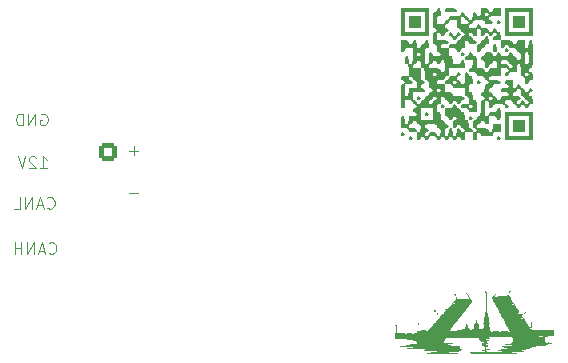
<source format=gbr>
%TF.GenerationSoftware,KiCad,Pcbnew,9.0.6-9.0.6~ubuntu24.04.1*%
%TF.CreationDate,2025-12-29T16:18:33+03:00*%
%TF.ProjectId,rc_ble,72635f62-6c65-42e6-9b69-6361645f7063,rev?*%
%TF.SameCoordinates,Original*%
%TF.FileFunction,Legend,Bot*%
%TF.FilePolarity,Positive*%
%FSLAX46Y46*%
G04 Gerber Fmt 4.6, Leading zero omitted, Abs format (unit mm)*
G04 Created by KiCad (PCBNEW 9.0.6-9.0.6~ubuntu24.04.1) date 2025-12-29 16:18:33*
%MOMM*%
%LPD*%
G01*
G04 APERTURE LIST*
G04 Aperture macros list*
%AMRoundRect*
0 Rectangle with rounded corners*
0 $1 Rounding radius*
0 $2 $3 $4 $5 $6 $7 $8 $9 X,Y pos of 4 corners*
0 Add a 4 corners polygon primitive as box body*
4,1,4,$2,$3,$4,$5,$6,$7,$8,$9,$2,$3,0*
0 Add four circle primitives for the rounded corners*
1,1,$1+$1,$2,$3*
1,1,$1+$1,$4,$5*
1,1,$1+$1,$6,$7*
1,1,$1+$1,$8,$9*
0 Add four rect primitives between the rounded corners*
20,1,$1+$1,$2,$3,$4,$5,0*
20,1,$1+$1,$4,$5,$6,$7,0*
20,1,$1+$1,$6,$7,$8,$9,0*
20,1,$1+$1,$8,$9,$2,$3,0*%
G04 Aperture macros list end*
%ADD10C,0.100000*%
%ADD11C,0.000000*%
%ADD12R,1.700000X1.700000*%
%ADD13C,0.700000*%
%ADD14C,4.400000*%
%ADD15C,2.050000*%
%ADD16C,2.250000*%
%ADD17RoundRect,0.250000X-0.550000X0.550000X-0.550000X-0.550000X0.550000X-0.550000X0.550000X0.550000X0*%
%ADD18C,1.600000*%
G04 APERTURE END LIST*
D10*
X101502306Y-79560038D02*
X101597544Y-79512419D01*
X101597544Y-79512419D02*
X101740401Y-79512419D01*
X101740401Y-79512419D02*
X101883258Y-79560038D01*
X101883258Y-79560038D02*
X101978496Y-79655276D01*
X101978496Y-79655276D02*
X102026115Y-79750514D01*
X102026115Y-79750514D02*
X102073734Y-79940990D01*
X102073734Y-79940990D02*
X102073734Y-80083847D01*
X102073734Y-80083847D02*
X102026115Y-80274323D01*
X102026115Y-80274323D02*
X101978496Y-80369561D01*
X101978496Y-80369561D02*
X101883258Y-80464800D01*
X101883258Y-80464800D02*
X101740401Y-80512419D01*
X101740401Y-80512419D02*
X101645163Y-80512419D01*
X101645163Y-80512419D02*
X101502306Y-80464800D01*
X101502306Y-80464800D02*
X101454687Y-80417180D01*
X101454687Y-80417180D02*
X101454687Y-80083847D01*
X101454687Y-80083847D02*
X101645163Y-80083847D01*
X101026115Y-80512419D02*
X101026115Y-79512419D01*
X101026115Y-79512419D02*
X100454687Y-80512419D01*
X100454687Y-80512419D02*
X100454687Y-79512419D01*
X99978496Y-80512419D02*
X99978496Y-79512419D01*
X99978496Y-79512419D02*
X99740401Y-79512419D01*
X99740401Y-79512419D02*
X99597544Y-79560038D01*
X99597544Y-79560038D02*
X99502306Y-79655276D01*
X99502306Y-79655276D02*
X99454687Y-79750514D01*
X99454687Y-79750514D02*
X99407068Y-79940990D01*
X99407068Y-79940990D02*
X99407068Y-80083847D01*
X99407068Y-80083847D02*
X99454687Y-80274323D01*
X99454687Y-80274323D02*
X99502306Y-80369561D01*
X99502306Y-80369561D02*
X99597544Y-80464800D01*
X99597544Y-80464800D02*
X99740401Y-80512419D01*
X99740401Y-80512419D02*
X99978496Y-80512419D01*
X109716115Y-86231466D02*
X108954211Y-86231466D01*
X102184687Y-91307180D02*
X102232306Y-91354800D01*
X102232306Y-91354800D02*
X102375163Y-91402419D01*
X102375163Y-91402419D02*
X102470401Y-91402419D01*
X102470401Y-91402419D02*
X102613258Y-91354800D01*
X102613258Y-91354800D02*
X102708496Y-91259561D01*
X102708496Y-91259561D02*
X102756115Y-91164323D01*
X102756115Y-91164323D02*
X102803734Y-90973847D01*
X102803734Y-90973847D02*
X102803734Y-90830990D01*
X102803734Y-90830990D02*
X102756115Y-90640514D01*
X102756115Y-90640514D02*
X102708496Y-90545276D01*
X102708496Y-90545276D02*
X102613258Y-90450038D01*
X102613258Y-90450038D02*
X102470401Y-90402419D01*
X102470401Y-90402419D02*
X102375163Y-90402419D01*
X102375163Y-90402419D02*
X102232306Y-90450038D01*
X102232306Y-90450038D02*
X102184687Y-90497657D01*
X101803734Y-91116704D02*
X101327544Y-91116704D01*
X101898972Y-91402419D02*
X101565639Y-90402419D01*
X101565639Y-90402419D02*
X101232306Y-91402419D01*
X100898972Y-91402419D02*
X100898972Y-90402419D01*
X100898972Y-90402419D02*
X100327544Y-91402419D01*
X100327544Y-91402419D02*
X100327544Y-90402419D01*
X99851353Y-91402419D02*
X99851353Y-90402419D01*
X99851353Y-90878609D02*
X99279925Y-90878609D01*
X99279925Y-91402419D02*
X99279925Y-90402419D01*
X102054687Y-87477180D02*
X102102306Y-87524800D01*
X102102306Y-87524800D02*
X102245163Y-87572419D01*
X102245163Y-87572419D02*
X102340401Y-87572419D01*
X102340401Y-87572419D02*
X102483258Y-87524800D01*
X102483258Y-87524800D02*
X102578496Y-87429561D01*
X102578496Y-87429561D02*
X102626115Y-87334323D01*
X102626115Y-87334323D02*
X102673734Y-87143847D01*
X102673734Y-87143847D02*
X102673734Y-87000990D01*
X102673734Y-87000990D02*
X102626115Y-86810514D01*
X102626115Y-86810514D02*
X102578496Y-86715276D01*
X102578496Y-86715276D02*
X102483258Y-86620038D01*
X102483258Y-86620038D02*
X102340401Y-86572419D01*
X102340401Y-86572419D02*
X102245163Y-86572419D01*
X102245163Y-86572419D02*
X102102306Y-86620038D01*
X102102306Y-86620038D02*
X102054687Y-86667657D01*
X101673734Y-87286704D02*
X101197544Y-87286704D01*
X101768972Y-87572419D02*
X101435639Y-86572419D01*
X101435639Y-86572419D02*
X101102306Y-87572419D01*
X100768972Y-87572419D02*
X100768972Y-86572419D01*
X100768972Y-86572419D02*
X100197544Y-87572419D01*
X100197544Y-87572419D02*
X100197544Y-86572419D01*
X99245163Y-87572419D02*
X99721353Y-87572419D01*
X99721353Y-87572419D02*
X99721353Y-86572419D01*
X101442306Y-84142419D02*
X102013734Y-84142419D01*
X101728020Y-84142419D02*
X101728020Y-83142419D01*
X101728020Y-83142419D02*
X101823258Y-83285276D01*
X101823258Y-83285276D02*
X101918496Y-83380514D01*
X101918496Y-83380514D02*
X102013734Y-83428133D01*
X101061353Y-83237657D02*
X101013734Y-83190038D01*
X101013734Y-83190038D02*
X100918496Y-83142419D01*
X100918496Y-83142419D02*
X100680401Y-83142419D01*
X100680401Y-83142419D02*
X100585163Y-83190038D01*
X100585163Y-83190038D02*
X100537544Y-83237657D01*
X100537544Y-83237657D02*
X100489925Y-83332895D01*
X100489925Y-83332895D02*
X100489925Y-83428133D01*
X100489925Y-83428133D02*
X100537544Y-83570990D01*
X100537544Y-83570990D02*
X101108972Y-84142419D01*
X101108972Y-84142419D02*
X100489925Y-84142419D01*
X100204210Y-83142419D02*
X99870877Y-84142419D01*
X99870877Y-84142419D02*
X99537544Y-83142419D01*
X109746115Y-82661466D02*
X108984211Y-82661466D01*
X109365163Y-83042419D02*
X109365163Y-82280514D01*
D11*
%TO.C,LOGO102*%
G36*
X137597001Y-97192009D02*
G01*
X137587622Y-97201389D01*
X137578242Y-97192009D01*
X137587622Y-97182629D01*
X137597001Y-97192009D01*
G37*
G36*
X133524978Y-97246810D02*
G01*
X133532163Y-97275770D01*
X133557294Y-97317157D01*
X133572260Y-97334343D01*
X133577894Y-97348781D01*
X133557294Y-97351462D01*
X133549765Y-97352533D01*
X133539436Y-97362133D01*
X133532618Y-97386453D01*
X133528614Y-97431191D01*
X133526723Y-97502045D01*
X133526248Y-97604712D01*
X133525062Y-97705877D01*
X133521360Y-97787913D01*
X133515412Y-97839836D01*
X133507489Y-97857962D01*
X133499972Y-97841806D01*
X133493907Y-97791695D01*
X133490069Y-97711238D01*
X133488729Y-97604108D01*
X133488726Y-97586156D01*
X133488336Y-97489361D01*
X133486607Y-97422866D01*
X133482565Y-97380414D01*
X133475236Y-97355749D01*
X133463649Y-97342615D01*
X133446829Y-97334754D01*
X133423419Y-97325656D01*
X133416864Y-97317035D01*
X133444147Y-97306807D01*
X133472214Y-97290537D01*
X133503537Y-97252564D01*
X133513015Y-97233707D01*
X133522224Y-97224155D01*
X133524978Y-97246810D01*
G37*
G36*
X134827257Y-96131231D02*
G01*
X134855322Y-96144585D01*
X134901721Y-96150872D01*
X134927373Y-96151723D01*
X134944204Y-96159246D01*
X134933190Y-96179010D01*
X134922466Y-96196876D01*
X134927788Y-96230598D01*
X134928462Y-96231476D01*
X134948102Y-96256781D01*
X134985359Y-96304587D01*
X135035152Y-96368378D01*
X135092399Y-96441640D01*
X135097242Y-96447835D01*
X135154095Y-96520571D01*
X135203109Y-96583302D01*
X135239192Y-96629511D01*
X135257254Y-96652681D01*
X135265263Y-96666418D01*
X135254737Y-96676130D01*
X135250836Y-96674492D01*
X135225689Y-96651743D01*
X135184005Y-96606390D01*
X135130544Y-96543765D01*
X135070066Y-96469202D01*
X135020976Y-96407697D01*
X134968103Y-96343858D01*
X134930011Y-96302690D01*
X134902125Y-96279939D01*
X134879873Y-96271355D01*
X134858681Y-96272686D01*
X134841040Y-96276024D01*
X134820637Y-96272682D01*
X134812015Y-96249382D01*
X134809436Y-96197343D01*
X134809542Y-96164704D01*
X134814836Y-96131145D01*
X134827257Y-96131231D01*
G37*
G36*
X141418873Y-95356486D02*
G01*
X141517802Y-95510012D01*
X141546124Y-95553965D01*
X141613369Y-95658327D01*
X141684290Y-95768408D01*
X141710172Y-95808581D01*
X141775586Y-95910128D01*
X141801968Y-95951083D01*
X141886203Y-96081869D01*
X141960325Y-96196974D01*
X142015115Y-96282082D01*
X142021780Y-96292435D01*
X142068016Y-96364288D01*
X142070243Y-96367752D01*
X142096481Y-96408569D01*
X142112840Y-96433672D01*
X142151822Y-96490313D01*
X142160717Y-96501927D01*
X142182009Y-96529726D01*
X142197928Y-96544573D01*
X142202887Y-96543102D01*
X142234008Y-96526809D01*
X142285082Y-96496297D01*
X142348002Y-96456333D01*
X142373730Y-96439573D01*
X142431240Y-96402160D01*
X142472519Y-96375380D01*
X142489970Y-96364164D01*
X142490419Y-96363524D01*
X142483279Y-96344079D01*
X142461831Y-96307570D01*
X142427503Y-96254662D01*
X142486677Y-96296563D01*
X142496905Y-96303624D01*
X142538021Y-96328437D01*
X142563802Y-96338464D01*
X142573490Y-96350751D01*
X142572709Y-96385778D01*
X142572072Y-96388996D01*
X142560083Y-96418475D01*
X142541012Y-96414292D01*
X142533435Y-96411091D01*
X142502872Y-96418394D01*
X142451533Y-96447769D01*
X142376084Y-96500970D01*
X142233810Y-96606448D01*
X142236495Y-96610473D01*
X142261526Y-96647991D01*
X142519682Y-97034935D01*
X142626262Y-97194686D01*
X142637180Y-97211040D01*
X142725387Y-97342233D01*
X142781713Y-97424928D01*
X142807393Y-97462631D01*
X142880792Y-97568811D01*
X142943175Y-97657353D01*
X142992135Y-97724834D01*
X143025264Y-97767832D01*
X143040155Y-97782925D01*
X143046874Y-97778430D01*
X143053289Y-97749845D01*
X143054095Y-97691629D01*
X143049484Y-97600022D01*
X143047046Y-97561392D01*
X143042073Y-97469641D01*
X143038604Y-97386915D01*
X143037276Y-97327409D01*
X143034917Y-97276311D01*
X143024108Y-97241181D01*
X143001197Y-97224233D01*
X142995999Y-97222256D01*
X142977589Y-97211291D01*
X142981605Y-97193946D01*
X143009410Y-97159490D01*
X143014421Y-97153694D01*
X143041703Y-97125133D01*
X143055664Y-97123138D01*
X143065416Y-97145420D01*
X143074792Y-97167238D01*
X143090030Y-97182605D01*
X143093146Y-97193341D01*
X143096190Y-97235878D01*
X143097992Y-97305085D01*
X143098413Y-97394851D01*
X143097311Y-97499065D01*
X143091787Y-97815548D01*
X143350561Y-97827170D01*
X143380598Y-97828472D01*
X143488322Y-97832691D01*
X143620344Y-97837371D01*
X143668384Y-97838950D01*
X143766868Y-97842187D01*
X143918101Y-97846812D01*
X144064246Y-97850920D01*
X144519158Y-97863049D01*
X144519158Y-97559769D01*
X144518890Y-97469268D01*
X144517462Y-97378522D01*
X144514365Y-97316032D01*
X144509114Y-97276525D01*
X144501224Y-97254732D01*
X144490209Y-97245380D01*
X144478909Y-97240408D01*
X144471835Y-97226969D01*
X144491754Y-97200577D01*
X144506455Y-97185434D01*
X144528497Y-97177341D01*
X144557541Y-97197102D01*
X144578640Y-97222205D01*
X144574268Y-97249693D01*
X144571914Y-97254525D01*
X144565808Y-97292514D01*
X144561789Y-97361154D01*
X144560074Y-97455274D01*
X144560879Y-97569703D01*
X144566056Y-97867341D01*
X144777097Y-97872646D01*
X144988139Y-97877950D01*
X144988139Y-97943805D01*
X144988139Y-98121205D01*
X144988139Y-98155596D01*
X144988139Y-98364461D01*
X144735422Y-98364461D01*
X144618236Y-98366405D01*
X144463639Y-98376680D01*
X144414646Y-98384225D01*
X144341478Y-98395493D01*
X144331442Y-98397679D01*
X144275288Y-98410096D01*
X144236471Y-98423095D01*
X144212625Y-98442809D01*
X144201386Y-98475374D01*
X144200389Y-98526922D01*
X144202934Y-98555272D01*
X144207271Y-98603588D01*
X144219667Y-98711507D01*
X144231790Y-98814008D01*
X144241697Y-98884649D01*
X144250948Y-98928801D01*
X144261107Y-98951885D01*
X144273740Y-98959322D01*
X144290412Y-98956530D01*
X144292958Y-98955825D01*
X144334760Y-98954855D01*
X144387517Y-98964663D01*
X144407907Y-98969756D01*
X144455827Y-98971302D01*
X144475115Y-98951119D01*
X144463958Y-98910493D01*
X144453718Y-98890129D01*
X144452711Y-98878210D01*
X144466352Y-98875320D01*
X144499969Y-98881877D01*
X144558890Y-98898302D01*
X144648442Y-98925013D01*
X144677281Y-98933680D01*
X144746406Y-98955018D01*
X144784579Y-98968861D01*
X144795623Y-98977586D01*
X144783362Y-98983574D01*
X144751618Y-98989202D01*
X144749198Y-98989572D01*
X144692077Y-98997005D01*
X144614563Y-99005545D01*
X144532706Y-99013419D01*
X144478825Y-99019142D01*
X144414029Y-99030174D01*
X144379431Y-99042444D01*
X144377455Y-99054897D01*
X144410525Y-99066482D01*
X144433368Y-99069825D01*
X144490316Y-99075551D01*
X144567569Y-99081762D01*
X144655154Y-99087596D01*
X144723154Y-99092550D01*
X144790248Y-99099659D01*
X144834283Y-99107088D01*
X144848049Y-99113853D01*
X144833657Y-99118134D01*
X144786959Y-99123962D01*
X144714126Y-99129965D01*
X144621414Y-99135643D01*
X144515080Y-99140494D01*
X144339443Y-99147563D01*
X144164914Y-99155484D01*
X144025290Y-99163012D01*
X143919156Y-99170245D01*
X143845097Y-99177282D01*
X143801699Y-99184222D01*
X143787548Y-99191162D01*
X143792581Y-99200282D01*
X143820376Y-99214454D01*
X143823805Y-99215992D01*
X143810125Y-99220028D01*
X143767747Y-99223338D01*
X143703131Y-99225322D01*
X143649490Y-99226411D01*
X143533848Y-99230727D01*
X143433158Y-99237108D01*
X143350641Y-99245016D01*
X143289512Y-99253915D01*
X143252991Y-99263269D01*
X143244297Y-99272540D01*
X143266646Y-99281192D01*
X143323257Y-99288687D01*
X143342074Y-99290649D01*
X143355059Y-99294178D01*
X143331803Y-99297035D01*
X143271669Y-99299352D01*
X143202181Y-99302421D01*
X143124134Y-99308358D01*
X143065317Y-99315508D01*
X142990280Y-99328181D01*
X143074697Y-99350978D01*
X143159113Y-99373776D01*
X143046558Y-99376214D01*
X143043779Y-99376275D01*
X142983930Y-99378342D01*
X142955721Y-99382754D01*
X142953477Y-99391940D01*
X142971521Y-99408329D01*
X142975917Y-99411934D01*
X142984174Y-99422000D01*
X142978134Y-99428624D01*
X142953162Y-99432164D01*
X142904618Y-99432979D01*
X142827867Y-99431425D01*
X142718272Y-99427860D01*
X142696831Y-99427118D01*
X142594469Y-99423903D01*
X142525145Y-99422681D01*
X142485075Y-99423718D01*
X142470474Y-99427280D01*
X142477558Y-99433632D01*
X142502540Y-99443043D01*
X142517188Y-99447824D01*
X142573529Y-99463650D01*
X142615096Y-99471698D01*
X142627192Y-99476013D01*
X142606219Y-99484307D01*
X142552622Y-99495907D01*
X142468802Y-99510300D01*
X142357156Y-99526971D01*
X142322782Y-99532106D01*
X142256283Y-99543860D01*
X142210229Y-99554611D01*
X142193013Y-99562539D01*
X142193085Y-99562978D01*
X142211661Y-99574330D01*
X142256717Y-99591516D01*
X142319043Y-99610994D01*
X142348813Y-99619805D01*
X142391940Y-99634932D01*
X142410659Y-99647049D01*
X142402786Y-99656777D01*
X142366138Y-99664738D01*
X142298530Y-99671554D01*
X142197778Y-99677845D01*
X142061698Y-99684234D01*
X142014780Y-99686280D01*
X141829607Y-99695053D01*
X141680589Y-99703416D01*
X141566617Y-99711455D01*
X141486582Y-99719258D01*
X141439374Y-99726912D01*
X141423885Y-99734506D01*
X141427650Y-99738214D01*
X141458994Y-99749595D01*
X141515230Y-99763685D01*
X141588028Y-99778261D01*
X141665346Y-99791927D01*
X141737012Y-99804325D01*
X141800952Y-99815428D01*
X141855676Y-99825314D01*
X141899695Y-99834062D01*
X141931519Y-99841748D01*
X141949659Y-99848451D01*
X141952625Y-99854250D01*
X141938927Y-99859221D01*
X141907076Y-99863443D01*
X141855583Y-99866994D01*
X141782957Y-99869952D01*
X141687710Y-99872395D01*
X141568351Y-99874400D01*
X141423391Y-99876047D01*
X141251340Y-99877412D01*
X141050710Y-99878573D01*
X140820010Y-99879609D01*
X140557750Y-99880598D01*
X140262442Y-99881618D01*
X139932595Y-99882746D01*
X139566721Y-99884060D01*
X139315757Y-99884995D01*
X138975486Y-99886262D01*
X138630320Y-99887544D01*
X138284117Y-99888829D01*
X137940731Y-99890101D01*
X137604018Y-99891347D01*
X137277833Y-99892552D01*
X136966034Y-99893702D01*
X136672474Y-99894783D01*
X136401010Y-99895781D01*
X136155497Y-99896680D01*
X135939791Y-99897468D01*
X135757748Y-99898129D01*
X134490651Y-99902718D01*
X134332046Y-99848551D01*
X134295393Y-99835485D01*
X134238479Y-99812227D01*
X134205175Y-99794164D01*
X134201580Y-99784300D01*
X134209898Y-99782446D01*
X134252050Y-99776347D01*
X134323055Y-99767742D01*
X134417175Y-99757282D01*
X134528670Y-99745614D01*
X134651802Y-99733388D01*
X134714363Y-99727256D01*
X134830844Y-99715379D01*
X134931977Y-99704469D01*
X135012259Y-99695150D01*
X135066187Y-99688048D01*
X135088260Y-99683787D01*
X135098551Y-99673397D01*
X135090207Y-99663689D01*
X135059071Y-99654973D01*
X135002202Y-99646836D01*
X134916657Y-99638863D01*
X134799494Y-99630640D01*
X134647770Y-99621752D01*
X134630610Y-99620805D01*
X134477887Y-99612200D01*
X134314765Y-99602743D01*
X134153212Y-99593144D01*
X134005193Y-99584113D01*
X133882673Y-99576360D01*
X133554387Y-99555016D01*
X133816313Y-99512275D01*
X133907433Y-99497088D01*
X133991263Y-99481988D01*
X134051122Y-99469240D01*
X134085655Y-99458613D01*
X134093508Y-99449878D01*
X134073326Y-99442802D01*
X134023754Y-99437156D01*
X133943438Y-99432710D01*
X133831022Y-99429232D01*
X133685152Y-99426492D01*
X133504473Y-99424260D01*
X133287631Y-99422305D01*
X133216513Y-99421672D01*
X133047642Y-99419687D01*
X132889110Y-99417165D01*
X132745446Y-99414220D01*
X132621181Y-99410964D01*
X132520843Y-99407510D01*
X132448964Y-99403970D01*
X132410074Y-99400458D01*
X132316277Y-99384917D01*
X132410074Y-99372357D01*
X132422179Y-99370889D01*
X132484446Y-99365202D01*
X132571492Y-99358987D01*
X132673478Y-99352901D01*
X132780568Y-99347601D01*
X132799658Y-99346729D01*
X132912748Y-99339969D01*
X132993966Y-99332054D01*
X133042184Y-99323287D01*
X133056271Y-99313970D01*
X133035100Y-99304406D01*
X132977540Y-99294896D01*
X132955820Y-99292187D01*
X132879559Y-99282405D01*
X132804017Y-99272415D01*
X132790218Y-99270858D01*
X132727077Y-99266677D01*
X132639331Y-99263515D01*
X132536682Y-99261656D01*
X132428833Y-99261386D01*
X132407530Y-99261465D01*
X132289029Y-99260578D01*
X132169472Y-99257776D01*
X132061714Y-99253443D01*
X131978611Y-99247962D01*
X131809778Y-99232912D01*
X131980356Y-99230149D01*
X132027894Y-99229232D01*
X132145885Y-99225825D01*
X132262030Y-99221063D01*
X132370386Y-99215324D01*
X132465009Y-99208986D01*
X132539956Y-99202431D01*
X132589283Y-99196035D01*
X132607046Y-99190179D01*
X132604571Y-99187364D01*
X132576095Y-99175628D01*
X132522507Y-99159863D01*
X132452282Y-99142671D01*
X132297518Y-99107844D01*
X132456972Y-99093542D01*
X132536356Y-99086607D01*
X132642011Y-99077661D01*
X132757751Y-99068072D01*
X132869675Y-99059004D01*
X132878540Y-99058294D01*
X132982485Y-99049709D01*
X133081494Y-99041114D01*
X133164744Y-99033470D01*
X133221410Y-99027740D01*
X133319896Y-99016711D01*
X133319896Y-98933223D01*
X133318475Y-98885888D01*
X133317252Y-98879886D01*
X135646041Y-98879886D01*
X135646106Y-98881763D01*
X135649782Y-98891166D01*
X135662064Y-98899316D01*
X135687063Y-98906851D01*
X135728888Y-98914410D01*
X135791652Y-98922631D01*
X135879464Y-98932152D01*
X135996436Y-98943613D01*
X136146677Y-98957651D01*
X136159511Y-98958845D01*
X136268897Y-98969756D01*
X136363045Y-98980426D01*
X136436416Y-98990129D01*
X136483475Y-98998141D01*
X136498683Y-99003736D01*
X136496879Y-99005255D01*
X136468714Y-99013212D01*
X136414904Y-99021789D01*
X136345093Y-99029377D01*
X136281647Y-99035286D01*
X136184275Y-99045280D01*
X136082131Y-99056606D01*
X135982231Y-99068400D01*
X135891591Y-99079801D01*
X135817225Y-99089948D01*
X135766151Y-99097979D01*
X135745382Y-99103033D01*
X135745226Y-99103246D01*
X135760270Y-99108630D01*
X135803355Y-99115645D01*
X135865612Y-99122829D01*
X135884152Y-99124675D01*
X135953381Y-99131702D01*
X136049485Y-99141577D01*
X136165015Y-99153529D01*
X136292519Y-99166789D01*
X136424549Y-99180587D01*
X136475259Y-99185886D01*
X136607913Y-99199617D01*
X136734093Y-99212505D01*
X136846092Y-99223774D01*
X136936199Y-99232643D01*
X136996706Y-99238337D01*
X137005253Y-99239121D01*
X137076500Y-99247402D01*
X137133745Y-99256932D01*
X137165274Y-99265803D01*
X137172777Y-99270157D01*
X137178206Y-99276787D01*
X137170044Y-99283327D01*
X137143601Y-99291002D01*
X137094191Y-99301038D01*
X137017126Y-99314657D01*
X136907718Y-99333086D01*
X136847074Y-99343672D01*
X136780848Y-99356549D01*
X136737066Y-99366739D01*
X136723039Y-99372675D01*
X136726409Y-99374038D01*
X136758623Y-99379543D01*
X136818528Y-99386831D01*
X136898881Y-99395256D01*
X136992437Y-99404173D01*
X137091952Y-99412934D01*
X137190182Y-99420893D01*
X137279883Y-99427404D01*
X137353810Y-99431821D01*
X137404719Y-99433497D01*
X137406135Y-99433501D01*
X137472132Y-99435514D01*
X137503195Y-99440560D01*
X137501686Y-99447960D01*
X137469964Y-99457035D01*
X137410390Y-99467105D01*
X137325324Y-99477490D01*
X137217127Y-99487511D01*
X137211552Y-99487962D01*
X137045527Y-99501866D01*
X136916124Y-99513869D01*
X136822534Y-99524225D01*
X136763948Y-99533189D01*
X136739556Y-99541016D01*
X136748549Y-99547961D01*
X136790118Y-99554278D01*
X136863454Y-99560223D01*
X136967746Y-99566051D01*
X136991989Y-99567294D01*
X137086661Y-99573947D01*
X137153272Y-99582856D01*
X137199630Y-99595397D01*
X137233546Y-99612949D01*
X137287474Y-99649468D01*
X136977947Y-99661004D01*
X136792729Y-99668030D01*
X136590430Y-99676102D01*
X136421890Y-99683376D01*
X136285017Y-99689971D01*
X136177721Y-99696007D01*
X136097910Y-99701605D01*
X136043491Y-99706884D01*
X136012374Y-99711965D01*
X136002467Y-99716967D01*
X136004352Y-99725252D01*
X136028392Y-99745791D01*
X136082144Y-99764898D01*
X136168207Y-99783340D01*
X136289180Y-99801889D01*
X136296244Y-99802821D01*
X136385740Y-99811852D01*
X136500391Y-99819530D01*
X136636019Y-99825869D01*
X136788446Y-99830887D01*
X136953497Y-99834598D01*
X137126993Y-99837020D01*
X137304758Y-99838167D01*
X137482615Y-99838056D01*
X137656386Y-99836704D01*
X137821895Y-99834124D01*
X137974964Y-99830335D01*
X138111417Y-99825351D01*
X138227076Y-99819189D01*
X138317765Y-99811865D01*
X138379305Y-99803394D01*
X138407521Y-99793793D01*
X138408065Y-99791748D01*
X138387293Y-99784167D01*
X138334149Y-99776451D01*
X138252645Y-99769081D01*
X138146788Y-99762538D01*
X138117449Y-99761025D01*
X137968022Y-99752836D01*
X137854879Y-99745652D01*
X137778156Y-99739425D01*
X137737989Y-99734106D01*
X137734515Y-99729648D01*
X137767871Y-99726003D01*
X137838195Y-99723123D01*
X137945622Y-99720960D01*
X138090289Y-99719467D01*
X138272334Y-99718594D01*
X138340416Y-99718368D01*
X138543828Y-99717203D01*
X138713225Y-99715290D01*
X138851302Y-99712478D01*
X138960748Y-99708617D01*
X139044258Y-99703557D01*
X139104524Y-99697147D01*
X139144237Y-99689238D01*
X139166090Y-99679678D01*
X139172777Y-99668317D01*
X139172501Y-99666327D01*
X139150082Y-99651250D01*
X139094315Y-99638791D01*
X139008866Y-99629371D01*
X138897397Y-99623410D01*
X138763575Y-99621330D01*
X138716358Y-99621043D01*
X138650469Y-99619454D01*
X138606769Y-99616786D01*
X138592923Y-99613394D01*
X138605633Y-99609816D01*
X138649273Y-99602755D01*
X138716005Y-99594082D01*
X138797711Y-99584927D01*
X138873999Y-99576891D01*
X138959757Y-99566952D01*
X139017477Y-99557767D01*
X139052710Y-99547501D01*
X139063647Y-99539619D01*
X139133218Y-99539619D01*
X139155320Y-99560548D01*
X139209595Y-99576495D01*
X139283932Y-99588382D01*
X139256011Y-99642374D01*
X139242596Y-99668317D01*
X139228091Y-99696366D01*
X139533410Y-99693501D01*
X139573452Y-99693064D01*
X139706311Y-99690919D01*
X139851905Y-99687688D01*
X140005665Y-99683553D01*
X140163024Y-99678693D01*
X140319415Y-99673289D01*
X140470271Y-99667522D01*
X140611023Y-99661572D01*
X140737104Y-99655620D01*
X140843948Y-99649846D01*
X140926986Y-99644431D01*
X140981652Y-99639555D01*
X141003377Y-99635399D01*
X140999860Y-99629434D01*
X140968843Y-99623265D01*
X140915822Y-99620571D01*
X140905715Y-99620423D01*
X140843571Y-99617991D01*
X140758246Y-99613038D01*
X140655801Y-99606075D01*
X140542298Y-99597611D01*
X140423797Y-99588155D01*
X140306359Y-99578218D01*
X140196045Y-99568309D01*
X140098918Y-99558936D01*
X140021036Y-99550611D01*
X139968463Y-99543842D01*
X139947259Y-99539140D01*
X139951049Y-99531446D01*
X139980987Y-99527565D01*
X139982357Y-99527553D01*
X140015809Y-99525982D01*
X140080878Y-99522023D01*
X140172275Y-99516030D01*
X140284715Y-99508358D01*
X140412912Y-99499358D01*
X140551580Y-99489386D01*
X140612833Y-99484913D01*
X140782283Y-99472205D01*
X140916055Y-99461336D01*
X141015490Y-99451871D01*
X141081929Y-99443376D01*
X141116711Y-99435415D01*
X141121176Y-99427554D01*
X141096664Y-99419357D01*
X141044516Y-99410389D01*
X140966071Y-99400215D01*
X140862670Y-99388401D01*
X140840170Y-99385879D01*
X140750275Y-99375145D01*
X140676253Y-99365275D01*
X140625253Y-99357271D01*
X140604423Y-99352139D01*
X140603985Y-99351557D01*
X140616329Y-99342340D01*
X140653415Y-99332347D01*
X140708020Y-99321482D01*
X140772001Y-99308280D01*
X140832969Y-99295379D01*
X140776691Y-99282361D01*
X140767558Y-99280424D01*
X140706783Y-99271783D01*
X140640687Y-99267124D01*
X140623422Y-99266195D01*
X140578501Y-99257451D01*
X140561976Y-99244408D01*
X140576209Y-99232556D01*
X140623567Y-99227386D01*
X140632918Y-99227144D01*
X140679999Y-99223962D01*
X140751563Y-99217675D01*
X140840740Y-99209028D01*
X140940662Y-99198768D01*
X141044457Y-99187641D01*
X141145256Y-99176392D01*
X141236190Y-99165768D01*
X141310388Y-99156515D01*
X141360982Y-99149380D01*
X141381101Y-99145108D01*
X141380760Y-99143985D01*
X141364820Y-99139454D01*
X141324745Y-99132575D01*
X141257904Y-99122984D01*
X141161667Y-99110315D01*
X141033405Y-99094205D01*
X140870487Y-99074288D01*
X140865466Y-99073680D01*
X140784614Y-99063447D01*
X140737157Y-99055930D01*
X140719373Y-99049910D01*
X140727539Y-99044172D01*
X140757932Y-99037497D01*
X140805458Y-99031100D01*
X140880471Y-99023952D01*
X140972390Y-99016973D01*
X141070885Y-99011037D01*
X141072903Y-99010932D01*
X141174408Y-99004831D01*
X141245248Y-98998180D01*
X141292156Y-98989780D01*
X141321866Y-98978433D01*
X141341111Y-98962940D01*
X141368962Y-98940343D01*
X141405982Y-98927238D01*
X141419729Y-98923406D01*
X141430602Y-98906857D01*
X141438716Y-98871382D01*
X141445442Y-98810792D01*
X141452153Y-98718898D01*
X141453421Y-98699280D01*
X141458205Y-98613112D01*
X141458984Y-98555272D01*
X141455077Y-98518115D01*
X141445806Y-98494000D01*
X141430489Y-98475284D01*
X141423778Y-98469391D01*
X141411552Y-98462409D01*
X141392948Y-98456518D01*
X141364851Y-98451573D01*
X141324148Y-98447431D01*
X141267724Y-98443948D01*
X141192467Y-98440981D01*
X141095263Y-98438385D01*
X140972996Y-98436017D01*
X140822555Y-98433732D01*
X140640824Y-98431388D01*
X140424690Y-98428841D01*
X140331530Y-98427818D01*
X140103114Y-98425805D01*
X139907847Y-98424866D01*
X139746457Y-98424998D01*
X139619668Y-98426193D01*
X139528206Y-98428448D01*
X139472796Y-98431756D01*
X139454165Y-98436112D01*
X139456735Y-98442610D01*
X139481660Y-98467476D01*
X139524512Y-98497450D01*
X139594859Y-98540348D01*
X139510443Y-98557674D01*
X139446735Y-98570992D01*
X139351145Y-98592548D01*
X139286626Y-98609931D01*
X139249252Y-98624267D01*
X139235096Y-98636684D01*
X139235011Y-98636997D01*
X139249337Y-98651393D01*
X139291032Y-98670658D01*
X139351320Y-98690713D01*
X139413974Y-98710261D01*
X139461280Y-98728047D01*
X139482584Y-98740099D01*
X139474797Y-98752442D01*
X139442548Y-98771837D01*
X139396934Y-98792158D01*
X139349825Y-98808181D01*
X139313091Y-98814683D01*
X139307466Y-98814880D01*
X139287590Y-98826083D01*
X139296225Y-98856056D01*
X139333868Y-98907004D01*
X139382404Y-98964686D01*
X139291685Y-99003572D01*
X139200966Y-99042459D01*
X139308630Y-99103480D01*
X139362425Y-99134565D01*
X139406264Y-99161094D01*
X139427065Y-99175273D01*
X139423241Y-99182347D01*
X139393289Y-99198452D01*
X139342646Y-99217662D01*
X139332405Y-99221166D01*
X139261346Y-99255397D01*
X139222253Y-99298918D01*
X139210295Y-99356807D01*
X139210398Y-99361271D01*
X139217659Y-99387522D01*
X139239617Y-99406789D01*
X139280826Y-99420058D01*
X139345839Y-99428315D01*
X139439209Y-99432546D01*
X139565487Y-99433737D01*
X139616995Y-99434002D01*
X139708403Y-99435918D01*
X139781704Y-99439383D01*
X139830430Y-99444036D01*
X139848109Y-99449516D01*
X139836021Y-99454378D01*
X139792940Y-99461862D01*
X139725412Y-99470470D01*
X139640557Y-99479545D01*
X139545496Y-99488430D01*
X139447349Y-99496465D01*
X139353238Y-99502993D01*
X139270283Y-99507356D01*
X139205605Y-99508895D01*
X139187110Y-99509526D01*
X139143683Y-99520386D01*
X139133218Y-99539619D01*
X139063647Y-99539619D01*
X139071005Y-99534316D01*
X139077912Y-99516377D01*
X139078981Y-99491845D01*
X139086729Y-99450361D01*
X139116499Y-99428302D01*
X139138356Y-99418719D01*
X139154017Y-99397975D01*
X139149619Y-99381193D01*
X139121653Y-99345381D01*
X139080058Y-99315149D01*
X139039165Y-99302423D01*
X139032798Y-99302342D01*
X139011100Y-99296332D01*
X139021172Y-99276128D01*
X139023840Y-99272666D01*
X139026961Y-99255281D01*
X139005303Y-99238313D01*
X138953122Y-99216750D01*
X138926517Y-99206760D01*
X138870460Y-99182689D01*
X138848261Y-99165470D01*
X138858194Y-99152743D01*
X138898532Y-99142151D01*
X138908325Y-99140171D01*
X138953301Y-99127033D01*
X138976714Y-99113359D01*
X138967365Y-99098260D01*
X138931888Y-99072552D01*
X138878021Y-99042263D01*
X138769453Y-98987143D01*
X138886672Y-98952501D01*
X138943928Y-98932666D01*
X138987314Y-98911655D01*
X139003918Y-98895132D01*
X139000844Y-98888079D01*
X138972539Y-98868858D01*
X138924217Y-98851508D01*
X138891972Y-98842872D01*
X138816505Y-98821919D01*
X138741314Y-98800316D01*
X138638139Y-98770021D01*
X138806972Y-98728605D01*
X138849691Y-98717887D01*
X138910510Y-98701556D01*
X138948591Y-98689816D01*
X138957046Y-98684684D01*
X138910793Y-98678419D01*
X138804362Y-98663337D01*
X138709740Y-98649044D01*
X138633275Y-98636558D01*
X138581316Y-98626894D01*
X138560210Y-98621072D01*
X138559770Y-98619516D01*
X138577386Y-98610411D01*
X138618505Y-98600353D01*
X138628172Y-98598350D01*
X138668625Y-98584787D01*
X138685037Y-98569963D01*
X138683299Y-98568123D01*
X138654287Y-98562608D01*
X138592088Y-98557975D01*
X138500016Y-98554364D01*
X138381384Y-98551920D01*
X138239505Y-98550784D01*
X138220448Y-98550724D01*
X138078969Y-98549784D01*
X137972021Y-98547973D01*
X137896935Y-98545148D01*
X137851045Y-98541165D01*
X137831683Y-98535883D01*
X137836181Y-98529158D01*
X137863462Y-98512211D01*
X137878390Y-98492909D01*
X137873821Y-98491392D01*
X137838255Y-98488467D01*
X137770312Y-98485755D01*
X137673428Y-98483312D01*
X137551035Y-98481190D01*
X137406568Y-98479446D01*
X137243462Y-98478132D01*
X137065150Y-98477304D01*
X136875067Y-98477016D01*
X135871744Y-98477016D01*
X135814682Y-98528604D01*
X135787431Y-98561928D01*
X135750802Y-98621825D01*
X135712997Y-98694717D01*
X135679367Y-98769456D01*
X135655265Y-98834896D01*
X135646041Y-98879886D01*
X133317252Y-98879886D01*
X133307463Y-98831860D01*
X133279689Y-98796045D01*
X133228290Y-98771198D01*
X133146402Y-98750072D01*
X133116495Y-98743685D01*
X132907364Y-98705031D01*
X132670542Y-98670355D01*
X132414434Y-98640772D01*
X132147444Y-98617401D01*
X132023315Y-98608191D01*
X131900677Y-98598997D01*
X131789525Y-98590575D01*
X131698503Y-98583579D01*
X131636255Y-98578665D01*
X131500251Y-98567611D01*
X131500251Y-98346601D01*
X143698941Y-98346601D01*
X143710112Y-98379953D01*
X143725665Y-98391390D01*
X143769382Y-98403567D01*
X143828817Y-98410593D01*
X143893416Y-98412322D01*
X143952626Y-98408602D01*
X143995891Y-98399287D01*
X144012659Y-98384225D01*
X144005557Y-98369908D01*
X143970615Y-98347257D01*
X143916276Y-98327610D01*
X143853542Y-98314599D01*
X143793417Y-98311857D01*
X143770626Y-98313773D01*
X143718170Y-98325311D01*
X143698941Y-98346601D01*
X131500251Y-98346601D01*
X131500251Y-98344101D01*
X131499890Y-98257295D01*
X131498884Y-98182684D01*
X131498852Y-98181559D01*
X131804994Y-98181559D01*
X131810214Y-98190647D01*
X131840186Y-98206343D01*
X131880731Y-98208510D01*
X131916392Y-98197910D01*
X131930653Y-98176869D01*
X132044269Y-98176869D01*
X132045163Y-98198271D01*
X132048958Y-98211385D01*
X132049246Y-98211235D01*
X132070783Y-98206909D01*
X132113219Y-98200921D01*
X132161486Y-98187872D01*
X132195242Y-98166405D01*
X132198341Y-98162486D01*
X132202657Y-98147836D01*
X132202022Y-98147623D01*
X132288139Y-98147623D01*
X132288161Y-98147836D01*
X132289340Y-98159221D01*
X132302208Y-98182827D01*
X132307552Y-98183930D01*
X132339920Y-98180107D01*
X132385647Y-98169619D01*
X132888434Y-98169619D01*
X132888518Y-98171042D01*
X132906641Y-98187389D01*
X132947373Y-98195342D01*
X132997656Y-98194933D01*
X133044432Y-98186195D01*
X133074640Y-98169159D01*
X133083678Y-98155596D01*
X133080055Y-98133574D01*
X133042752Y-98125233D01*
X132991805Y-98129403D01*
X132972795Y-98130959D01*
X132956981Y-98133635D01*
X132906358Y-98149206D01*
X132888434Y-98169619D01*
X132385647Y-98169619D01*
X132387897Y-98169103D01*
X132438383Y-98154559D01*
X132478280Y-98140112D01*
X132494490Y-98129403D01*
X132485308Y-98125779D01*
X132447832Y-98122040D01*
X132391314Y-98120591D01*
X132334063Y-98122685D01*
X132298548Y-98131123D01*
X132288139Y-98147623D01*
X132202022Y-98147623D01*
X132182338Y-98141022D01*
X132130982Y-98139350D01*
X132120966Y-98139388D01*
X132072044Y-98142538D01*
X132049634Y-98153666D01*
X132044631Y-98175305D01*
X132044269Y-98176869D01*
X131930653Y-98176869D01*
X131931713Y-98175305D01*
X131930973Y-98172760D01*
X131908512Y-98162336D01*
X131864493Y-98158109D01*
X131859136Y-98158147D01*
X131814608Y-98164375D01*
X131804994Y-98181559D01*
X131498852Y-98181559D01*
X131497389Y-98129793D01*
X131495561Y-98106522D01*
X131502120Y-98096296D01*
X131533080Y-98086458D01*
X131548063Y-98083393D01*
X131559431Y-98075385D01*
X131567091Y-98057101D01*
X131571775Y-98023093D01*
X131574215Y-97967913D01*
X131575141Y-97886112D01*
X131575288Y-97772240D01*
X131575288Y-97464018D01*
X131525772Y-97464018D01*
X131506210Y-97463751D01*
X131491767Y-97459675D01*
X131503877Y-97446137D01*
X131544868Y-97417457D01*
X131572136Y-97399261D01*
X131603934Y-97382763D01*
X131625167Y-97385544D01*
X131648786Y-97406201D01*
X131668608Y-97433498D01*
X131666839Y-97458759D01*
X131662703Y-97470211D01*
X131655838Y-97514594D01*
X131648965Y-97585425D01*
X131642694Y-97675981D01*
X131637637Y-97779542D01*
X131625688Y-98083073D01*
X132472792Y-98083073D01*
X133319896Y-98083073D01*
X133319896Y-97989276D01*
X133319896Y-97895480D01*
X133472567Y-97895480D01*
X133518846Y-97894743D01*
X133619013Y-97890385D01*
X133730143Y-97882987D01*
X133835576Y-97873555D01*
X133910247Y-97865925D01*
X133978677Y-97860354D01*
X134025961Y-97860126D01*
X134061146Y-97866031D01*
X134093276Y-97878861D01*
X134131397Y-97899406D01*
X134216878Y-97947182D01*
X134245087Y-97917796D01*
X134341783Y-97917796D01*
X134344073Y-97930840D01*
X134367165Y-97932999D01*
X134391005Y-97925760D01*
X134414509Y-97891114D01*
X134419043Y-97866735D01*
X134413465Y-97838330D01*
X134392971Y-97841125D01*
X134363909Y-97876905D01*
X134359722Y-97884009D01*
X134341783Y-97917796D01*
X134245087Y-97917796D01*
X134300218Y-97860364D01*
X134301769Y-97858732D01*
X134328113Y-97829972D01*
X134376117Y-97776696D01*
X134420878Y-97726732D01*
X134504883Y-97726732D01*
X134510723Y-97733950D01*
X134529586Y-97728262D01*
X134549049Y-97705409D01*
X134558006Y-97675997D01*
X134549949Y-97655671D01*
X134528501Y-97655164D01*
X134508749Y-97679130D01*
X134504970Y-97692393D01*
X134504883Y-97726732D01*
X134420878Y-97726732D01*
X134442928Y-97702119D01*
X134525693Y-97609456D01*
X134579880Y-97548672D01*
X134664898Y-97548672D01*
X134691077Y-97557814D01*
X134713400Y-97551852D01*
X134726839Y-97520296D01*
X134721933Y-97498410D01*
X134700888Y-97482777D01*
X134683969Y-97489809D01*
X134665126Y-97520296D01*
X134664898Y-97548672D01*
X134579880Y-97548672D01*
X134621559Y-97501918D01*
X134727673Y-97382721D01*
X134737884Y-97371239D01*
X134824101Y-97371239D01*
X134825315Y-97373964D01*
X134842605Y-97373722D01*
X134873476Y-97342191D01*
X134896829Y-97307623D01*
X134904357Y-97282101D01*
X134889751Y-97280837D01*
X134855418Y-97308342D01*
X134830424Y-97342236D01*
X134824101Y-97371239D01*
X134737884Y-97371239D01*
X134841183Y-97255078D01*
X134938883Y-97145111D01*
X135071538Y-97145111D01*
X135073921Y-97143333D01*
X135095871Y-97122648D01*
X135135479Y-97083664D01*
X135186440Y-97032556D01*
X135202443Y-97016145D01*
X135248283Y-96965036D01*
X135271008Y-96931836D01*
X135268109Y-96920000D01*
X135232919Y-96930847D01*
X135190053Y-96958722D01*
X135154422Y-96992876D01*
X135139542Y-97022530D01*
X135137247Y-97033645D01*
X135114006Y-97057100D01*
X135097428Y-97069920D01*
X135078244Y-97106005D01*
X135072755Y-97129792D01*
X135071538Y-97145111D01*
X134938883Y-97145111D01*
X134959235Y-97122203D01*
X135078976Y-96987309D01*
X135197555Y-96853611D01*
X135284645Y-96755324D01*
X135415830Y-96755324D01*
X135418057Y-96769926D01*
X135441813Y-96757192D01*
X135474245Y-96725668D01*
X135502587Y-96688999D01*
X135514726Y-96660852D01*
X135509762Y-96642166D01*
X135490282Y-96640337D01*
X135462987Y-96662579D01*
X135435397Y-96704731D01*
X135428714Y-96718890D01*
X135415830Y-96755324D01*
X135284645Y-96755324D01*
X135312116Y-96724321D01*
X135419809Y-96602655D01*
X135446064Y-96572954D01*
X135571004Y-96572954D01*
X135571633Y-96581012D01*
X135587318Y-96600536D01*
X135614776Y-96588587D01*
X135620322Y-96582187D01*
X135624980Y-96556242D01*
X135599143Y-96544816D01*
X135586020Y-96548084D01*
X135571004Y-96572954D01*
X135446064Y-96572954D01*
X135504102Y-96507297D01*
X135646041Y-96507297D01*
X135646256Y-96511542D01*
X135654314Y-96526056D01*
X135657323Y-96525193D01*
X135674180Y-96507297D01*
X135677111Y-96500030D01*
X135665907Y-96488538D01*
X135660462Y-96489259D01*
X135646041Y-96507297D01*
X135504102Y-96507297D01*
X135517780Y-96491824D01*
X135603175Y-96395044D01*
X135645102Y-96347396D01*
X135777356Y-96347396D01*
X135783683Y-96374362D01*
X135807127Y-96383059D01*
X135840506Y-96359994D01*
X135863510Y-96325583D01*
X135871468Y-96295174D01*
X135860539Y-96282186D01*
X135860046Y-96282190D01*
X135825444Y-96294187D01*
X135792212Y-96320366D01*
X135777356Y-96347396D01*
X135645102Y-96347396D01*
X135673143Y-96315528D01*
X135724830Y-96256490D01*
X135755383Y-96221143D01*
X135761835Y-96213036D01*
X135773597Y-96181191D01*
X135760952Y-96139171D01*
X135751058Y-96115976D01*
X135749198Y-96098276D01*
X135767355Y-96101728D01*
X135782669Y-96107914D01*
X135827228Y-96125881D01*
X135841369Y-96130046D01*
X135851789Y-96120479D01*
X135847239Y-96082896D01*
X135842428Y-96045666D01*
X135855342Y-96031771D01*
X135895852Y-96032823D01*
X135896171Y-96032852D01*
X135914212Y-96033041D01*
X135932645Y-96028250D01*
X135954429Y-96015508D01*
X135959982Y-96010830D01*
X136077503Y-96010830D01*
X136077636Y-96012571D01*
X136093044Y-96018597D01*
X136128086Y-96005465D01*
X136174216Y-95977415D01*
X136222887Y-95938688D01*
X136257548Y-95900704D01*
X136260346Y-95877224D01*
X136229521Y-95869483D01*
X136205425Y-95879527D01*
X136166001Y-95908828D01*
X136124188Y-95947314D01*
X136091012Y-95984733D01*
X136077503Y-96010830D01*
X135959982Y-96010830D01*
X135982527Y-95991839D01*
X136019900Y-95954271D01*
X136069510Y-95899828D01*
X136134318Y-95825538D01*
X136174319Y-95778717D01*
X136305162Y-95778717D01*
X136307189Y-95802273D01*
X136335443Y-95799694D01*
X136338059Y-95798610D01*
X136355796Y-95777517D01*
X136356707Y-95751127D01*
X136339544Y-95738169D01*
X136328860Y-95741760D01*
X136309088Y-95767116D01*
X136305162Y-95778717D01*
X136174319Y-95778717D01*
X136217285Y-95728426D01*
X136283740Y-95649955D01*
X136396410Y-95649955D01*
X136398786Y-95659017D01*
X136419684Y-95662908D01*
X136455021Y-95645592D01*
X136496076Y-95610517D01*
X136506896Y-95598718D01*
X136537521Y-95555935D01*
X136546562Y-95524979D01*
X136531405Y-95513058D01*
X136511250Y-95524805D01*
X136476860Y-95555073D01*
X136439211Y-95593165D01*
X136408872Y-95628365D01*
X136396410Y-95649955D01*
X136283740Y-95649955D01*
X136321373Y-95605518D01*
X136353676Y-95567167D01*
X136443292Y-95459268D01*
X136523674Y-95360311D01*
X136591772Y-95274196D01*
X136644537Y-95204820D01*
X136678920Y-95156080D01*
X136691873Y-95131874D01*
X136687271Y-95093160D01*
X136662858Y-95031580D01*
X136624716Y-94966517D01*
X136580311Y-94910339D01*
X136537105Y-94875412D01*
X136511758Y-94860963D01*
X136488429Y-94832595D01*
X136486608Y-94787443D01*
X136492389Y-94727782D01*
X136559573Y-94773374D01*
X136575729Y-94783810D01*
X136623293Y-94809141D01*
X136656968Y-94819563D01*
X136666312Y-94820097D01*
X136673818Y-94827205D01*
X136650857Y-94847634D01*
X136638288Y-94858178D01*
X136629678Y-94872449D01*
X136630356Y-94893104D01*
X136642339Y-94925292D01*
X136667640Y-94974165D01*
X136708275Y-95044872D01*
X136766260Y-95142563D01*
X136830589Y-95250429D01*
X137326114Y-95250429D01*
X137821639Y-95250429D01*
X137777898Y-95151943D01*
X137726113Y-95037501D01*
X137683933Y-94950429D01*
X137649664Y-94888824D01*
X137620342Y-94847919D01*
X137593002Y-94822948D01*
X137564679Y-94809145D01*
X137533415Y-94797125D01*
X137517403Y-94779957D01*
X137526298Y-94752867D01*
X137539251Y-94729237D01*
X137550079Y-94710765D01*
X137550523Y-94710466D01*
X137570239Y-94716148D01*
X137608280Y-94734099D01*
X137609295Y-94734626D01*
X137653874Y-94754335D01*
X137685519Y-94762573D01*
X137694902Y-94765303D01*
X137699074Y-94786938D01*
X137700846Y-94806333D01*
X137715315Y-94853986D01*
X137739978Y-94920094D01*
X137771261Y-94996312D01*
X137805588Y-95074293D01*
X137839387Y-95145690D01*
X137869082Y-95202158D01*
X137891099Y-95235349D01*
X137916144Y-95256222D01*
X137950435Y-95269188D01*
X137979705Y-95279940D01*
X138018422Y-95306962D01*
X138051788Y-95338897D01*
X138065982Y-95364358D01*
X138063519Y-95369366D01*
X138042704Y-95399593D01*
X138003430Y-95452771D01*
X137949015Y-95524502D01*
X137948647Y-95524979D01*
X137882780Y-95610389D01*
X137808043Y-95706035D01*
X137772586Y-95751127D01*
X137751917Y-95777413D01*
X137673736Y-95876824D01*
X137673421Y-95877224D01*
X137578114Y-95998400D01*
X137467983Y-96138414D01*
X137346275Y-96293137D01*
X137344673Y-96295174D01*
X137215923Y-96458842D01*
X137183521Y-96500030D01*
X137139301Y-96556242D01*
X137079859Y-96631803D01*
X137057006Y-96660852D01*
X136941013Y-96808292D01*
X136843816Y-96931836D01*
X136802320Y-96984581D01*
X136759276Y-97039327D01*
X136632246Y-97201322D01*
X136569165Y-97282101D01*
X136513205Y-97353760D01*
X136404063Y-97494158D01*
X136383852Y-97520296D01*
X136306731Y-97620031D01*
X136263747Y-97675997D01*
X136223119Y-97728895D01*
X136155137Y-97818267D01*
X136118860Y-97866735D01*
X136104695Y-97885661D01*
X136073704Y-97928594D01*
X136064074Y-97944582D01*
X136074104Y-97946169D01*
X136115918Y-97944919D01*
X136183610Y-97939848D01*
X136270313Y-97931744D01*
X136369161Y-97921396D01*
X136473289Y-97909591D01*
X136575830Y-97897119D01*
X136669919Y-97884767D01*
X136748691Y-97873324D01*
X136805280Y-97863578D01*
X136832819Y-97856317D01*
X136848636Y-97851182D01*
X136905847Y-97848926D01*
X136990400Y-97858453D01*
X137020368Y-97863174D01*
X137076091Y-97870014D01*
X137111392Y-97867683D01*
X137138177Y-97854085D01*
X137168357Y-97827123D01*
X137199796Y-97799088D01*
X137217356Y-97791936D01*
X137221817Y-97808800D01*
X137224914Y-97823021D01*
X137247720Y-97838712D01*
X137281765Y-97836328D01*
X137313905Y-97818424D01*
X137330994Y-97787559D01*
X137336060Y-97771031D01*
X137362115Y-97725661D01*
X137401341Y-97677070D01*
X137402454Y-97675888D01*
X137442771Y-97626665D01*
X137461255Y-97580774D01*
X137465687Y-97519111D01*
X137466605Y-97488651D01*
X137479585Y-97426059D01*
X137512585Y-97373643D01*
X137519038Y-97365598D01*
X137547799Y-97318310D01*
X137559483Y-97278407D01*
X137562498Y-97254731D01*
X137574490Y-97238907D01*
X137593629Y-97244980D01*
X137618144Y-97272995D01*
X137621879Y-97306299D01*
X137621290Y-97308215D01*
X137627285Y-97340630D01*
X137651484Y-97381580D01*
X137665837Y-97402771D01*
X137685136Y-97457402D01*
X137690797Y-97534621D01*
X137691097Y-97561053D01*
X137697163Y-97617518D01*
X137715987Y-97660512D01*
X137754006Y-97707648D01*
X137775273Y-97732078D01*
X137808745Y-97774864D01*
X137825625Y-97802844D01*
X137829043Y-97809912D01*
X137845079Y-97818181D01*
X137879675Y-97815655D01*
X137941503Y-97802294D01*
X137988981Y-97789591D01*
X138036434Y-97773398D01*
X138058584Y-97760960D01*
X138061856Y-97757942D01*
X138092755Y-97749003D01*
X138142126Y-97745406D01*
X138216056Y-97745406D01*
X138216056Y-97540585D01*
X138216056Y-97335763D01*
X138282947Y-97294423D01*
X138288414Y-97291036D01*
X138323302Y-97266850D01*
X138341049Y-97242183D01*
X138346702Y-97204708D01*
X138345308Y-97142095D01*
X138344878Y-97086000D01*
X138352517Y-97032870D01*
X138371272Y-97000615D01*
X138377001Y-96995060D01*
X138403740Y-96980287D01*
X138431809Y-96995055D01*
X138448834Y-97017659D01*
X138454567Y-97055582D01*
X138449493Y-97118905D01*
X138445592Y-97153707D01*
X138445173Y-97200974D01*
X138457192Y-97233499D01*
X138485196Y-97265883D01*
X138490831Y-97271360D01*
X138529009Y-97301595D01*
X138557559Y-97313907D01*
X138561927Y-97314935D01*
X138571079Y-97330199D01*
X138576192Y-97367697D01*
X138577699Y-97432489D01*
X138576035Y-97529638D01*
X138570210Y-97745406D01*
X138766130Y-97745406D01*
X138819248Y-97745572D01*
X138890965Y-97744254D01*
X138938020Y-97735747D01*
X138966306Y-97714045D01*
X138981716Y-97673145D01*
X138990145Y-97607043D01*
X138997487Y-97509736D01*
X139001087Y-97438490D01*
X138998821Y-97364043D01*
X138988601Y-97320328D01*
X138979365Y-97293830D01*
X138984549Y-97265230D01*
X138991059Y-97252203D01*
X138999817Y-97206709D01*
X139005154Y-97141957D01*
X139006916Y-97069257D01*
X139004951Y-96999917D01*
X138999108Y-96945244D01*
X138989235Y-96916548D01*
X138988837Y-96916147D01*
X138969990Y-96889188D01*
X138968473Y-96870980D01*
X138985336Y-96873196D01*
X138995789Y-96870566D01*
X139018147Y-96842916D01*
X139042955Y-96794576D01*
X139057404Y-96762894D01*
X139086538Y-96707858D01*
X139110897Y-96671960D01*
X139122806Y-96654499D01*
X139133084Y-96610588D01*
X139130685Y-96541338D01*
X139128784Y-96486695D01*
X139135558Y-96413750D01*
X139151097Y-96354086D01*
X139173105Y-96319705D01*
X139174601Y-96313965D01*
X139177872Y-96276358D01*
X139181440Y-96207172D01*
X139185177Y-96110353D01*
X139188953Y-95989846D01*
X139192638Y-95849594D01*
X139196102Y-95693543D01*
X139199216Y-95525639D01*
X139212387Y-94740952D01*
X139143104Y-94675611D01*
X139108911Y-94640725D01*
X139089413Y-94609531D01*
X139095161Y-94588931D01*
X139112727Y-94577593D01*
X139139010Y-94590104D01*
X139171353Y-94610886D01*
X139194560Y-94606161D01*
X139197525Y-94577213D01*
X139195845Y-94555383D01*
X139208661Y-94529208D01*
X139217278Y-94525628D01*
X139229054Y-94535131D01*
X139234469Y-94551334D01*
X139257806Y-94582409D01*
X139276241Y-94611817D01*
X139264616Y-94646296D01*
X139264086Y-94647215D01*
X139258770Y-94667135D01*
X139254920Y-94706055D01*
X139252529Y-94766616D01*
X139251587Y-94851460D01*
X139252089Y-94963228D01*
X139254025Y-95104563D01*
X139257389Y-95278106D01*
X139262172Y-95486498D01*
X139264380Y-95576987D01*
X139268968Y-95757886D01*
X139273130Y-95906480D01*
X139277101Y-96026387D01*
X139281115Y-96121225D01*
X139285408Y-96194612D01*
X139290214Y-96250168D01*
X139295768Y-96291509D01*
X139302304Y-96322254D01*
X139310058Y-96346021D01*
X139319263Y-96366428D01*
X139331490Y-96392449D01*
X139345441Y-96441019D01*
X139337967Y-96476586D01*
X139336372Y-96479729D01*
X139327089Y-96538553D01*
X139345157Y-96609709D01*
X139388212Y-96683454D01*
X139396143Y-96694570D01*
X139424105Y-96748287D01*
X139435406Y-96795751D01*
X139442163Y-96831783D01*
X139475067Y-96860844D01*
X139491607Y-96867493D01*
X139503785Y-96881485D01*
X139484447Y-96905798D01*
X139483325Y-96906990D01*
X139467806Y-96941336D01*
X139457374Y-96997235D01*
X139452071Y-97064906D01*
X139451937Y-97134566D01*
X139457014Y-97196434D01*
X139467342Y-97240728D01*
X139482964Y-97257666D01*
X139486884Y-97257752D01*
X139502129Y-97266237D01*
X139491793Y-97294981D01*
X139483786Y-97328100D01*
X139482445Y-97390700D01*
X139488532Y-97467266D01*
X139500575Y-97545787D01*
X139517100Y-97614253D01*
X139536635Y-97660652D01*
X139552796Y-97694523D01*
X139547753Y-97717396D01*
X139538216Y-97731779D01*
X139530572Y-97774418D01*
X139530669Y-97829298D01*
X139538148Y-97881796D01*
X139552651Y-97917289D01*
X139599093Y-97960462D01*
X139655895Y-97991902D01*
X139712166Y-98007330D01*
X139758389Y-98004183D01*
X139785048Y-97979897D01*
X139788013Y-97974370D01*
X139809757Y-97960926D01*
X139855114Y-97953829D01*
X139930947Y-97951758D01*
X139969077Y-97951137D01*
X140053596Y-97942630D01*
X140102463Y-97924216D01*
X140157692Y-97899801D01*
X140219413Y-97902195D01*
X140270192Y-97932999D01*
X140271265Y-97934157D01*
X140320164Y-97961288D01*
X140391164Y-97970060D01*
X140473977Y-97960488D01*
X140558319Y-97932587D01*
X140582313Y-97922145D01*
X140655430Y-97899784D01*
X140720518Y-97900653D01*
X140793872Y-97924168D01*
X140813955Y-97930753D01*
X140868084Y-97942319D01*
X140938094Y-97952940D01*
X141015162Y-97961799D01*
X141090463Y-97968081D01*
X141155175Y-97970972D01*
X141200473Y-97969655D01*
X141217533Y-97963316D01*
X141215820Y-97957682D01*
X141200308Y-97925066D01*
X141190991Y-97907427D01*
X141316287Y-97907427D01*
X141317629Y-97941117D01*
X141322176Y-97949771D01*
X141346978Y-97967804D01*
X141373754Y-97967379D01*
X141386079Y-97947068D01*
X141383895Y-97932901D01*
X141368101Y-97895637D01*
X141356190Y-97883836D01*
X141332751Y-97885080D01*
X141316287Y-97907427D01*
X141190991Y-97907427D01*
X141172116Y-97871690D01*
X141135496Y-97805723D01*
X141122420Y-97782329D01*
X141079256Y-97702559D01*
X141027068Y-97603494D01*
X141023118Y-97595848D01*
X141198789Y-97595848D01*
X141200335Y-97613800D01*
X141212306Y-97668587D01*
X141232240Y-97730268D01*
X141251003Y-97774317D01*
X141271541Y-97802598D01*
X141291285Y-97802478D01*
X141291524Y-97802330D01*
X141305080Y-97786436D01*
X141303108Y-97758065D01*
X141284910Y-97706715D01*
X141276790Y-97687208D01*
X141249759Y-97629787D01*
X141226164Y-97588670D01*
X142666426Y-97588670D01*
X142689776Y-97624576D01*
X142698880Y-97635965D01*
X142718524Y-97649555D01*
X142735529Y-97633597D01*
X142744419Y-97622340D01*
X142763025Y-97619372D01*
X142793901Y-97642767D01*
X142841767Y-97694934D01*
X142856581Y-97736745D01*
X142839378Y-97771694D01*
X142826697Y-97786436D01*
X142824706Y-97788751D01*
X142821745Y-97812060D01*
X142841572Y-97848034D01*
X142845711Y-97854311D01*
X142870954Y-97887661D01*
X142886349Y-97890932D01*
X142892697Y-97879053D01*
X143327743Y-97879053D01*
X143338712Y-97906530D01*
X143361762Y-97924630D01*
X143407546Y-97930739D01*
X143439622Y-97912074D01*
X143828308Y-97912074D01*
X143844481Y-97928622D01*
X143893058Y-97947068D01*
X143897590Y-97948789D01*
X143913448Y-97953453D01*
X143956521Y-97965095D01*
X143977317Y-97969036D01*
X144010082Y-97958011D01*
X144369084Y-97958011D01*
X144369103Y-97959099D01*
X144383715Y-97979621D01*
X144417552Y-97979484D01*
X144458881Y-97958608D01*
X144475407Y-97943805D01*
X144469007Y-97935714D01*
X144430051Y-97933595D01*
X144396754Y-97937929D01*
X144386167Y-97939307D01*
X144369084Y-97958011D01*
X144010082Y-97958011D01*
X144011375Y-97957576D01*
X144027215Y-97937929D01*
X144013995Y-97917688D01*
X143975834Y-97901868D01*
X143916855Y-97895480D01*
X143904693Y-97895582D01*
X143898989Y-97896090D01*
X143848552Y-97900582D01*
X143828308Y-97912074D01*
X143439622Y-97912074D01*
X143447886Y-97907265D01*
X143455210Y-97896090D01*
X143448872Y-97881034D01*
X143410737Y-97869830D01*
X143399093Y-97867696D01*
X143348956Y-97865556D01*
X143327743Y-97879053D01*
X142892697Y-97879053D01*
X142899394Y-97866522D01*
X142904729Y-97838950D01*
X142897982Y-97773507D01*
X142874394Y-97696936D01*
X142838706Y-97620466D01*
X142795661Y-97555328D01*
X142750001Y-97512752D01*
X142746420Y-97510646D01*
X142716219Y-97503968D01*
X142689034Y-97528571D01*
X142667616Y-97561359D01*
X142666426Y-97588670D01*
X141226164Y-97588670D01*
X141225850Y-97588122D01*
X141209627Y-97565932D01*
X141200207Y-97563547D01*
X141198789Y-97595848D01*
X141023118Y-97595848D01*
X140971288Y-97495509D01*
X140917347Y-97388981D01*
X140899584Y-97353692D01*
X140897282Y-97349208D01*
X141051740Y-97349208D01*
X141063908Y-97396136D01*
X141076506Y-97424533D01*
X141093308Y-97468708D01*
X141101883Y-97486184D01*
X141123148Y-97501536D01*
X141138632Y-97490606D01*
X141141182Y-97455576D01*
X141128252Y-97405918D01*
X141101275Y-97351462D01*
X141075353Y-97313468D01*
X141060566Y-97303916D01*
X141052596Y-97321099D01*
X141051740Y-97349208D01*
X140897282Y-97349208D01*
X140842000Y-97241550D01*
X140782744Y-97128991D01*
X140772624Y-97110258D01*
X140919586Y-97110258D01*
X140922350Y-97148108D01*
X140945524Y-97182629D01*
X140960429Y-97198948D01*
X140973663Y-97231824D01*
X140975397Y-97242645D01*
X140992422Y-97257666D01*
X140998527Y-97255242D01*
X141008469Y-97229444D01*
X141009268Y-97198068D01*
X142420873Y-97198068D01*
X142429326Y-97227091D01*
X142456915Y-97276721D01*
X142505293Y-97351687D01*
X142520557Y-97374589D01*
X142557671Y-97429765D01*
X142575376Y-97455576D01*
X142583923Y-97468037D01*
X142594399Y-97482207D01*
X142604696Y-97478621D01*
X142640484Y-97454632D01*
X142657893Y-97424928D01*
X142653648Y-97399660D01*
X142624475Y-97388981D01*
X142604191Y-97384891D01*
X142562562Y-97361424D01*
X142526989Y-97327508D01*
X142511920Y-97295185D01*
X142515095Y-97286555D01*
X142540059Y-97276426D01*
X142556611Y-97275533D01*
X142565931Y-97267073D01*
X142559376Y-97242339D01*
X142536584Y-97192645D01*
X142524838Y-97169866D01*
X142499418Y-97134388D01*
X142481306Y-97128465D01*
X142474402Y-97154491D01*
X142471133Y-97167613D01*
X142446263Y-97182629D01*
X142429905Y-97184921D01*
X142428738Y-97186620D01*
X142420873Y-97198068D01*
X141009268Y-97198068D01*
X141009560Y-97186620D01*
X141002286Y-97140783D01*
X140987136Y-97105946D01*
X140970120Y-97090524D01*
X140940834Y-97084060D01*
X140937997Y-97085180D01*
X140919586Y-97110258D01*
X140772624Y-97110258D01*
X140727857Y-97027394D01*
X140709076Y-96993930D01*
X140842348Y-96993930D01*
X140845063Y-97015395D01*
X140859142Y-97040720D01*
X140876100Y-97039250D01*
X140887613Y-97015038D01*
X140884920Y-96980968D01*
X140871010Y-96960522D01*
X140851666Y-96963173D01*
X140842348Y-96993930D01*
X140709076Y-96993930D01*
X140683376Y-96948139D01*
X140665578Y-96917050D01*
X140639302Y-96870167D01*
X142177120Y-96870167D01*
X142200859Y-96899547D01*
X142230354Y-96927718D01*
X142256957Y-96936234D01*
X142271364Y-96911953D01*
X142275562Y-96902595D01*
X142293672Y-96903417D01*
X142330103Y-96930747D01*
X142342933Y-96942616D01*
X142368857Y-96979860D01*
X142361961Y-97004737D01*
X142322561Y-97013796D01*
X142319527Y-97013821D01*
X142315514Y-97015038D01*
X142296222Y-97020888D01*
X142303534Y-97046625D01*
X142317945Y-97070723D01*
X142347619Y-97114290D01*
X142366061Y-97135323D01*
X142381951Y-97132724D01*
X142405271Y-97100881D01*
X142427416Y-97061985D01*
X142436883Y-97034935D01*
X142435391Y-97029493D01*
X142417260Y-96999304D01*
X142384343Y-96954336D01*
X142343991Y-96903628D01*
X142303557Y-96856218D01*
X142270391Y-96821144D01*
X142251846Y-96807445D01*
X142235130Y-96813230D01*
X142201537Y-96833889D01*
X142179172Y-96852228D01*
X142178601Y-96857220D01*
X142177120Y-96870167D01*
X140639302Y-96870167D01*
X140620543Y-96836696D01*
X140577894Y-96759455D01*
X140733856Y-96759455D01*
X140748947Y-96808398D01*
X140749937Y-96810751D01*
X140770528Y-96848243D01*
X140788347Y-96863722D01*
X140801599Y-96857220D01*
X140799948Y-96824657D01*
X140773667Y-96764305D01*
X140768581Y-96754977D01*
X140746631Y-96727468D01*
X140734070Y-96730719D01*
X140733856Y-96759455D01*
X140577894Y-96759455D01*
X140563976Y-96734248D01*
X140499838Y-96616932D01*
X140433152Y-96493936D01*
X140598478Y-96493936D01*
X140600889Y-96503571D01*
X140621370Y-96539075D01*
X140655938Y-96583043D01*
X140713398Y-96647991D01*
X140710517Y-96634505D01*
X142069820Y-96634505D01*
X142096920Y-96638612D01*
X142120885Y-96633332D01*
X142136735Y-96610473D01*
X142134888Y-96597562D01*
X142120273Y-96582334D01*
X142107538Y-96586891D01*
X142080458Y-96610473D01*
X142075263Y-96616995D01*
X142069820Y-96634505D01*
X140710517Y-96634505D01*
X140701375Y-96591714D01*
X140698706Y-96580911D01*
X140679647Y-96534811D01*
X140653711Y-96496997D01*
X140627282Y-96473536D01*
X140606743Y-96470494D01*
X140598478Y-96493936D01*
X140433152Y-96493936D01*
X140432088Y-96491974D01*
X140404984Y-96441557D01*
X141942926Y-96441557D01*
X141953377Y-96480959D01*
X141970271Y-96512696D01*
X141990857Y-96523707D01*
X142023284Y-96508248D01*
X142038778Y-96500926D01*
X142065493Y-96500262D01*
X142066982Y-96501159D01*
X142079998Y-96501927D01*
X142070406Y-96477592D01*
X142039538Y-96431671D01*
X142037091Y-96428371D01*
X142009360Y-96395315D01*
X141989524Y-96389258D01*
X141965723Y-96406093D01*
X141959765Y-96411729D01*
X141942926Y-96441557D01*
X140404984Y-96441557D01*
X140364688Y-96366603D01*
X140331876Y-96305327D01*
X140267165Y-96184716D01*
X140440304Y-96184716D01*
X140450902Y-96221509D01*
X140474188Y-96270498D01*
X140506427Y-96322155D01*
X140531006Y-96352446D01*
X140558810Y-96373656D01*
X140573161Y-96367752D01*
X140568904Y-96333774D01*
X140560598Y-96313408D01*
X140534231Y-96267296D01*
X140524928Y-96254239D01*
X141821918Y-96254239D01*
X141822939Y-96275917D01*
X141842985Y-96307925D01*
X141875686Y-96321274D01*
X141907934Y-96307803D01*
X141921835Y-96282082D01*
X141911048Y-96243590D01*
X141904489Y-96233371D01*
X141872390Y-96212436D01*
X141840206Y-96219949D01*
X141821918Y-96254239D01*
X140524928Y-96254239D01*
X140500891Y-96220500D01*
X140468916Y-96184214D01*
X140446642Y-96169631D01*
X140446130Y-96169648D01*
X140440304Y-96184716D01*
X140267165Y-96184716D01*
X140262477Y-96175978D01*
X140194028Y-96048709D01*
X140130708Y-95931274D01*
X140103400Y-95880794D01*
X141598327Y-95880794D01*
X141600795Y-95900822D01*
X141620007Y-95935899D01*
X141621165Y-95937428D01*
X141639323Y-95958127D01*
X141646701Y-95950570D01*
X141648399Y-95910128D01*
X141647360Y-95892235D01*
X141635268Y-95860215D01*
X141616165Y-95854786D01*
X141598327Y-95880794D01*
X140103400Y-95880794D01*
X140076695Y-95831429D01*
X140036170Y-95756928D01*
X140014883Y-95717993D01*
X139969816Y-95635470D01*
X141435677Y-95635470D01*
X141439532Y-95665517D01*
X141469774Y-95703280D01*
X141471272Y-95704602D01*
X141499063Y-95739312D01*
X141504879Y-95768460D01*
X141503751Y-95783014D01*
X141525642Y-95794446D01*
X141544328Y-95791595D01*
X141565182Y-95768408D01*
X141559842Y-95726713D01*
X141528186Y-95672320D01*
X141510575Y-95650034D01*
X141475777Y-95615149D01*
X141452316Y-95610894D01*
X141435677Y-95635470D01*
X139969816Y-95635470D01*
X139937116Y-95575594D01*
X139910847Y-95527127D01*
X141343566Y-95527127D01*
X141355535Y-95542675D01*
X141386889Y-95549422D01*
X141414485Y-95531850D01*
X141415308Y-95510012D01*
X141398473Y-95473740D01*
X141382590Y-95452400D01*
X141367933Y-95446056D01*
X141353023Y-95469018D01*
X141344510Y-95492311D01*
X141343566Y-95527127D01*
X139910847Y-95527127D01*
X139875182Y-95461322D01*
X139827380Y-95371294D01*
X139792006Y-95301625D01*
X139790849Y-95299128D01*
X141193265Y-95299128D01*
X141212493Y-95330155D01*
X141230374Y-95344332D01*
X141265423Y-95359845D01*
X141297371Y-95365219D01*
X141311329Y-95356486D01*
X141310100Y-95350378D01*
X141296981Y-95319930D01*
X141275875Y-95280446D01*
X141254775Y-95246251D01*
X141241676Y-95231669D01*
X141230540Y-95238202D01*
X141206964Y-95264498D01*
X141203473Y-95269411D01*
X141193265Y-95299128D01*
X139790849Y-95299128D01*
X139767358Y-95248431D01*
X139751734Y-95207828D01*
X139743429Y-95175931D01*
X139740743Y-95148856D01*
X139741972Y-95122719D01*
X139745412Y-95093636D01*
X139747271Y-95078760D01*
X141042248Y-95078760D01*
X141059267Y-95131422D01*
X141095695Y-95163454D01*
X141119701Y-95172183D01*
X141139183Y-95171081D01*
X141159513Y-95149352D01*
X141166780Y-95137674D01*
X141164601Y-95110190D01*
X141136464Y-95069625D01*
X141131637Y-95063731D01*
X141100088Y-95020549D01*
X141081867Y-94987799D01*
X141079716Y-94982634D01*
X141067998Y-94979473D01*
X141051400Y-95011248D01*
X141048581Y-95019017D01*
X141042248Y-95078760D01*
X139747271Y-95078760D01*
X139757836Y-94994201D01*
X139834695Y-94995690D01*
X139911554Y-94997179D01*
X139999952Y-94803244D01*
X140048009Y-94703893D01*
X140093253Y-94625200D01*
X140129500Y-94580200D01*
X140156139Y-94569637D01*
X140172555Y-94594252D01*
X140174365Y-94617105D01*
X140157357Y-94631374D01*
X140142425Y-94643442D01*
X140113791Y-94683116D01*
X140077064Y-94743889D01*
X140036616Y-94818966D01*
X139940780Y-95006559D01*
X140424393Y-95005547D01*
X140908006Y-95004536D01*
X140991206Y-94888302D01*
X141020133Y-94847883D01*
X141082655Y-94760218D01*
X141126909Y-94697051D01*
X141155483Y-94654020D01*
X141170970Y-94626765D01*
X141175958Y-94610926D01*
X141173038Y-94602140D01*
X141164800Y-94596046D01*
X141160127Y-94591914D01*
X141168342Y-94575106D01*
X141213137Y-94553039D01*
X141285236Y-94524718D01*
X141303819Y-94584089D01*
X141303918Y-94584407D01*
X141314272Y-94624077D01*
X141307338Y-94637835D01*
X141278450Y-94635059D01*
X141255011Y-94632490D01*
X141234699Y-94638801D01*
X141211499Y-94659508D01*
X141179265Y-94700103D01*
X141131854Y-94766077D01*
X141082919Y-94835123D01*
X141277876Y-95137674D01*
X141418873Y-95356486D01*
G37*
%TO.C,LOGO101*%
G36*
X132250800Y-81127496D02*
G01*
X132310668Y-81269000D01*
X132282839Y-81378465D01*
X132141335Y-81438334D01*
X132031870Y-81410504D01*
X131972002Y-81269000D01*
X131999831Y-81159535D01*
X132141335Y-81099667D01*
X132250800Y-81127496D01*
G37*
G36*
X133665335Y-71786334D02*
G01*
X133665335Y-72294334D01*
X133157335Y-72294334D01*
X132649335Y-72294334D01*
X132649335Y-71786334D01*
X132649335Y-71278334D01*
X133157335Y-71278334D01*
X133665335Y-71278334D01*
X133665335Y-71786334D01*
G37*
G36*
X132928133Y-81466163D02*
G01*
X132988002Y-81607667D01*
X132960173Y-81717132D01*
X132818668Y-81777000D01*
X132709204Y-81749171D01*
X132649335Y-81607667D01*
X132677164Y-81498202D01*
X132818668Y-81438334D01*
X132928133Y-81466163D01*
G37*
G36*
X133605467Y-78079496D02*
G01*
X133665335Y-78221000D01*
X133637506Y-78330465D01*
X133496002Y-78390334D01*
X133386537Y-78362504D01*
X133326668Y-78221000D01*
X133354498Y-78111535D01*
X133496002Y-78051667D01*
X133605467Y-78079496D01*
G37*
G36*
X134282800Y-79434163D02*
G01*
X134342668Y-79575667D01*
X134314839Y-79685132D01*
X134173335Y-79745000D01*
X134063870Y-79717171D01*
X134004002Y-79575667D01*
X134031831Y-79466202D01*
X134173335Y-79406334D01*
X134282800Y-79434163D01*
G37*
G36*
X135637467Y-78756829D02*
G01*
X135697335Y-78898334D01*
X135669506Y-79007798D01*
X135528002Y-79067667D01*
X135418537Y-79039838D01*
X135358668Y-78898334D01*
X135386498Y-78788869D01*
X135528002Y-78729000D01*
X135637467Y-78756829D01*
G37*
G36*
X137330800Y-74354163D02*
G01*
X137390668Y-74495667D01*
X137362839Y-74605132D01*
X137221335Y-74665000D01*
X137111870Y-74637171D01*
X137052002Y-74495667D01*
X137079831Y-74386202D01*
X137221335Y-74326334D01*
X137330800Y-74354163D01*
G37*
G36*
X138008133Y-79772829D02*
G01*
X138068002Y-79914334D01*
X138040173Y-80023798D01*
X137898668Y-80083667D01*
X137789204Y-80055838D01*
X137729335Y-79914334D01*
X137757164Y-79804869D01*
X137898668Y-79745000D01*
X138008133Y-79772829D01*
G37*
G36*
X138685467Y-76724829D02*
G01*
X138745335Y-76866334D01*
X138717506Y-76975798D01*
X138576002Y-77035667D01*
X138466537Y-77007838D01*
X138406668Y-76866334D01*
X138434498Y-76756869D01*
X138576002Y-76697000D01*
X138685467Y-76724829D01*
G37*
G36*
X140378800Y-71644829D02*
G01*
X140438668Y-71786334D01*
X140410839Y-71895798D01*
X140269335Y-71955667D01*
X140159870Y-71927838D01*
X140100002Y-71786334D01*
X140127831Y-71676869D01*
X140269335Y-71617000D01*
X140378800Y-71644829D01*
G37*
G36*
X140378800Y-81466163D02*
G01*
X140438668Y-81607667D01*
X140410839Y-81717132D01*
X140269335Y-81777000D01*
X140159870Y-81749171D01*
X140100002Y-81607667D01*
X140127831Y-81498202D01*
X140269335Y-81438334D01*
X140378800Y-81466163D01*
G37*
G36*
X141056133Y-74015496D02*
G01*
X141116002Y-74157000D01*
X141088173Y-74266465D01*
X140946668Y-74326334D01*
X140837204Y-74298504D01*
X140777335Y-74157000D01*
X140805164Y-74047535D01*
X140946668Y-73987667D01*
X141056133Y-74015496D01*
G37*
G36*
X142470668Y-71786334D02*
G01*
X142470668Y-72294334D01*
X141962668Y-72294334D01*
X141454668Y-72294334D01*
X141454668Y-71786334D01*
X141454668Y-71278334D01*
X141962668Y-71278334D01*
X142470668Y-71278334D01*
X142470668Y-71786334D01*
G37*
G36*
X142470668Y-80591667D02*
G01*
X142470668Y-81099667D01*
X141962668Y-81099667D01*
X141454668Y-81099667D01*
X141454668Y-80591667D01*
X141454668Y-80083667D01*
X141962668Y-80083667D01*
X142470668Y-80083667D01*
X142470668Y-80591667D01*
G37*
G36*
X140028407Y-73668174D02*
G01*
X140085802Y-73766099D01*
X140100002Y-73987667D01*
X140090415Y-74183144D01*
X140041453Y-74297933D01*
X139930668Y-74326334D01*
X139832930Y-74307159D01*
X139775535Y-74209235D01*
X139761335Y-73987667D01*
X139770922Y-73792189D01*
X139819884Y-73677400D01*
X139930668Y-73649000D01*
X140028407Y-73668174D01*
G37*
G36*
X136430338Y-70604113D02*
G01*
X136613375Y-70624653D01*
X136694799Y-70675757D01*
X136713335Y-70770334D01*
X136703996Y-70845334D01*
X136642375Y-70906347D01*
X136489063Y-70933488D01*
X136205335Y-70939667D01*
X135980333Y-70936554D01*
X135797295Y-70916014D01*
X135715871Y-70864910D01*
X135697335Y-70770334D01*
X135706674Y-70695333D01*
X135768295Y-70634320D01*
X135921607Y-70607179D01*
X136205335Y-70601000D01*
X136430338Y-70604113D01*
G37*
G36*
X134342668Y-72971667D02*
G01*
X133157335Y-72971667D01*
X131972002Y-72971667D01*
X131972002Y-71786334D01*
X131972002Y-70939667D01*
X132310668Y-70939667D01*
X132310668Y-71786334D01*
X132310668Y-72633000D01*
X133157335Y-72633000D01*
X134004002Y-72633000D01*
X134004002Y-71786334D01*
X134004002Y-70939667D01*
X133157335Y-70939667D01*
X132310668Y-70939667D01*
X131972002Y-70939667D01*
X131972002Y-70601000D01*
X133157335Y-70601000D01*
X134342668Y-70601000D01*
X134342668Y-71786334D01*
X134342668Y-72971667D01*
G37*
G36*
X143148002Y-72971667D02*
G01*
X141962668Y-72971667D01*
X140777335Y-72971667D01*
X140777335Y-71786334D01*
X140777335Y-70939667D01*
X141116002Y-70939667D01*
X141116002Y-71786334D01*
X141116002Y-72633000D01*
X141962668Y-72633000D01*
X142809335Y-72633000D01*
X142809335Y-71786334D01*
X142809335Y-70939667D01*
X141962668Y-70939667D01*
X141116002Y-70939667D01*
X140777335Y-70939667D01*
X140777335Y-70601000D01*
X141962668Y-70601000D01*
X143148002Y-70601000D01*
X143148002Y-71786334D01*
X143148002Y-72971667D01*
G37*
G36*
X143148002Y-81777000D02*
G01*
X141962668Y-81777000D01*
X140777335Y-81777000D01*
X140777335Y-80591667D01*
X140777335Y-79745000D01*
X141116002Y-79745000D01*
X141116002Y-80591667D01*
X141116002Y-81438334D01*
X141962668Y-81438334D01*
X142809335Y-81438334D01*
X142809335Y-80591667D01*
X142809335Y-79745000D01*
X141962668Y-79745000D01*
X141116002Y-79745000D01*
X140777335Y-79745000D01*
X140777335Y-79406334D01*
X141962668Y-79406334D01*
X143148002Y-79406334D01*
X143148002Y-80591667D01*
X143148002Y-81777000D01*
G37*
G36*
X136992133Y-72660829D02*
G01*
X137052002Y-72802334D01*
X137024173Y-72911798D01*
X136882668Y-72971667D01*
X136773204Y-72999496D01*
X136713335Y-73141000D01*
X136685506Y-73250465D01*
X136544002Y-73310334D01*
X136434537Y-73282504D01*
X136374668Y-73141000D01*
X136346839Y-73031535D01*
X136205335Y-72971667D01*
X136095870Y-72943838D01*
X136036002Y-72802334D01*
X136063831Y-72692869D01*
X136205335Y-72633000D01*
X136314800Y-72660829D01*
X136374668Y-72802334D01*
X136402498Y-72911798D01*
X136544002Y-72971667D01*
X136653467Y-72943838D01*
X136713335Y-72802334D01*
X136741164Y-72692869D01*
X136882668Y-72633000D01*
X136992133Y-72660829D01*
G37*
G36*
X139351074Y-72990841D02*
G01*
X139408468Y-73088765D01*
X139422668Y-73310334D01*
X139413081Y-73505811D01*
X139364119Y-73620600D01*
X139253335Y-73649000D01*
X139143870Y-73676829D01*
X139084002Y-73818334D01*
X139056173Y-73927798D01*
X138914668Y-73987667D01*
X138805204Y-74015496D01*
X138745335Y-74157000D01*
X138717506Y-74266465D01*
X138576002Y-74326334D01*
X138478263Y-74307159D01*
X138420869Y-74209235D01*
X138406668Y-73987667D01*
X138416256Y-73792189D01*
X138465218Y-73677400D01*
X138576002Y-73649000D01*
X138685467Y-73621171D01*
X138745335Y-73479667D01*
X138773164Y-73370202D01*
X138914668Y-73310334D01*
X139024133Y-73282504D01*
X139084002Y-73141000D01*
X139111831Y-73031535D01*
X139253335Y-72971667D01*
X139351074Y-72990841D01*
G37*
G36*
X137079831Y-76975798D02*
G01*
X137221335Y-77035667D01*
X137296336Y-77026328D01*
X137357349Y-76964707D01*
X137384490Y-76811395D01*
X137390668Y-76527667D01*
X137393782Y-76302664D01*
X137414322Y-76119627D01*
X137465426Y-76038203D01*
X137560002Y-76019667D01*
X137669467Y-76047496D01*
X137729335Y-76189000D01*
X137757164Y-76298465D01*
X137898668Y-76358334D01*
X137996407Y-76377508D01*
X138053802Y-76475432D01*
X138068002Y-76697000D01*
X138058415Y-76892478D01*
X138009453Y-77007267D01*
X137898668Y-77035667D01*
X137800930Y-77054841D01*
X137743535Y-77152765D01*
X137729335Y-77374334D01*
X137738922Y-77569811D01*
X137787884Y-77684600D01*
X137898668Y-77713000D01*
X137996407Y-77732174D01*
X138053802Y-77830099D01*
X138068002Y-78051667D01*
X138077589Y-78247144D01*
X138126551Y-78361933D01*
X138237335Y-78390334D01*
X138312336Y-78399673D01*
X138373349Y-78461293D01*
X138400490Y-78614605D01*
X138406668Y-78898334D01*
X138406668Y-79406334D01*
X138068002Y-79406334D01*
X137872524Y-79396746D01*
X137757735Y-79347784D01*
X137729335Y-79237000D01*
X137710161Y-79139261D01*
X137612237Y-79081867D01*
X137390668Y-79067667D01*
X137195191Y-79058080D01*
X137080402Y-79009118D01*
X137052002Y-78898334D01*
X137729335Y-78898334D01*
X137757164Y-79007798D01*
X137898668Y-79067667D01*
X138008133Y-79039838D01*
X138068002Y-78898334D01*
X138040173Y-78788869D01*
X137898668Y-78729000D01*
X137789204Y-78756829D01*
X137729335Y-78898334D01*
X137052002Y-78898334D01*
X137071176Y-78800595D01*
X137169100Y-78743200D01*
X137390668Y-78729000D01*
X137729335Y-78729000D01*
X137729335Y-78390334D01*
X137719748Y-78194856D01*
X137670786Y-78080067D01*
X137560002Y-78051667D01*
X137462263Y-78032493D01*
X137404869Y-77934568D01*
X137390668Y-77713000D01*
X137390668Y-77374334D01*
X136882668Y-77374334D01*
X136657666Y-77371220D01*
X136474628Y-77350680D01*
X136393204Y-77299576D01*
X136374668Y-77205000D01*
X136355494Y-77107261D01*
X136257570Y-77049867D01*
X136036002Y-77035667D01*
X135840524Y-77026080D01*
X135725735Y-76977118D01*
X135697335Y-76866334D01*
X136374668Y-76866334D01*
X136402498Y-76975798D01*
X136544002Y-77035667D01*
X136653467Y-77007838D01*
X136713335Y-76866334D01*
X136685506Y-76756869D01*
X136544002Y-76697000D01*
X136434537Y-76724829D01*
X136374668Y-76866334D01*
X135697335Y-76866334D01*
X135725164Y-76756869D01*
X135866668Y-76697000D01*
X135976133Y-76669171D01*
X136036002Y-76527667D01*
X136055176Y-76429928D01*
X136153100Y-76372534D01*
X136374668Y-76358334D01*
X136570146Y-76348746D01*
X136684935Y-76299784D01*
X136713335Y-76189000D01*
X136741164Y-76079535D01*
X136882668Y-76019667D01*
X136992133Y-76047496D01*
X137052002Y-76189000D01*
X137024173Y-76298465D01*
X136882668Y-76358334D01*
X136773204Y-76386163D01*
X136713335Y-76527667D01*
X136741164Y-76637132D01*
X136882668Y-76697000D01*
X136992133Y-76724829D01*
X137052002Y-76866334D01*
X137079831Y-76975798D01*
G37*
G36*
X140438668Y-71278334D02*
G01*
X139930668Y-71278334D01*
X139705666Y-71281447D01*
X139522628Y-71301987D01*
X139441204Y-71353091D01*
X139422668Y-71447667D01*
X139450498Y-71557132D01*
X139592002Y-71617000D01*
X139701467Y-71644829D01*
X139761335Y-71786334D01*
X139742161Y-71884072D01*
X139644237Y-71941467D01*
X139422668Y-71955667D01*
X139227191Y-71946080D01*
X139112402Y-71897118D01*
X139084002Y-71786334D01*
X139074663Y-71711333D01*
X139013042Y-71650320D01*
X138859730Y-71623179D01*
X138576002Y-71617000D01*
X138350999Y-71620113D01*
X138167962Y-71640653D01*
X138086538Y-71691757D01*
X138068002Y-71786334D01*
X138040173Y-71895798D01*
X137898668Y-71955667D01*
X137789204Y-71983496D01*
X137729335Y-72125000D01*
X137748509Y-72222739D01*
X137846434Y-72280133D01*
X138068002Y-72294334D01*
X138263479Y-72284746D01*
X138378268Y-72235784D01*
X138406668Y-72125000D01*
X138434498Y-72015535D01*
X138576002Y-71955667D01*
X138685467Y-71983496D01*
X138745335Y-72125000D01*
X138764509Y-72222739D01*
X138862434Y-72280133D01*
X139084002Y-72294334D01*
X139279479Y-72303921D01*
X139394268Y-72352883D01*
X139422668Y-72463667D01*
X139450498Y-72573132D01*
X139592002Y-72633000D01*
X139701467Y-72605171D01*
X139761335Y-72463667D01*
X139789164Y-72354202D01*
X139930668Y-72294334D01*
X140040133Y-72322163D01*
X140100002Y-72463667D01*
X140127831Y-72573132D01*
X140269335Y-72633000D01*
X140367074Y-72652174D01*
X140424468Y-72750099D01*
X140438668Y-72971667D01*
X140438668Y-73310334D01*
X140100002Y-73310334D01*
X139904524Y-73300746D01*
X139789735Y-73251784D01*
X139761335Y-73141000D01*
X139789164Y-73031535D01*
X139930668Y-72971667D01*
X140040133Y-72943838D01*
X140100002Y-72802334D01*
X140072173Y-72692869D01*
X139930668Y-72633000D01*
X139821204Y-72660829D01*
X139761335Y-72802334D01*
X139733506Y-72911798D01*
X139592002Y-72971667D01*
X139482537Y-72943838D01*
X139422668Y-72802334D01*
X139394839Y-72692869D01*
X139253335Y-72633000D01*
X139143870Y-72660829D01*
X139084002Y-72802334D01*
X139056173Y-72911798D01*
X138914668Y-72971667D01*
X138816930Y-72952493D01*
X138759535Y-72854568D01*
X138745335Y-72633000D01*
X138735748Y-72437523D01*
X138686786Y-72322734D01*
X138576002Y-72294334D01*
X138478263Y-72313508D01*
X138420869Y-72411432D01*
X138406668Y-72633000D01*
X138397081Y-72828478D01*
X138348119Y-72943267D01*
X138237335Y-72971667D01*
X138127870Y-72943838D01*
X138068002Y-72802334D01*
X138040173Y-72692869D01*
X137898668Y-72633000D01*
X137789204Y-72660829D01*
X137729335Y-72802334D01*
X137757164Y-72911798D01*
X137898668Y-72971667D01*
X138008133Y-72999496D01*
X138068002Y-73141000D01*
X138095831Y-73250465D01*
X138237335Y-73310334D01*
X138346800Y-73338163D01*
X138406668Y-73479667D01*
X138387494Y-73577406D01*
X138289570Y-73634800D01*
X138068002Y-73649000D01*
X137872524Y-73639413D01*
X137757735Y-73590451D01*
X137729335Y-73479667D01*
X137701506Y-73370202D01*
X137560002Y-73310334D01*
X137462263Y-73329508D01*
X137404869Y-73427432D01*
X137390668Y-73649000D01*
X137381081Y-73844478D01*
X137332119Y-73959267D01*
X137221335Y-73987667D01*
X137111870Y-74015496D01*
X137052002Y-74157000D01*
X137024173Y-74266465D01*
X136882668Y-74326334D01*
X136773204Y-74298504D01*
X136713335Y-74157000D01*
X136694161Y-74059261D01*
X136596237Y-74001867D01*
X136374668Y-73987667D01*
X136179191Y-73978080D01*
X136064402Y-73929118D01*
X136036002Y-73818334D01*
X136055176Y-73720595D01*
X136153100Y-73663200D01*
X136374668Y-73649000D01*
X136570146Y-73639413D01*
X136684935Y-73590451D01*
X136713335Y-73479667D01*
X136741164Y-73370202D01*
X136882668Y-73310334D01*
X136992133Y-73282504D01*
X137052002Y-73141000D01*
X137079831Y-73031535D01*
X137221335Y-72971667D01*
X137330800Y-72943838D01*
X137390668Y-72802334D01*
X137362839Y-72692869D01*
X137221335Y-72633000D01*
X137111870Y-72605171D01*
X137052002Y-72463667D01*
X137024173Y-72354202D01*
X136882668Y-72294334D01*
X136784930Y-72275159D01*
X136727535Y-72177235D01*
X136713335Y-71955667D01*
X136713335Y-71617000D01*
X137052002Y-71617000D01*
X137052002Y-71955667D01*
X137390668Y-71955667D01*
X137586146Y-71946080D01*
X137700935Y-71897118D01*
X137729335Y-71786334D01*
X137701506Y-71676869D01*
X137560002Y-71617000D01*
X137450537Y-71589171D01*
X137390668Y-71447667D01*
X137362839Y-71338202D01*
X137221335Y-71278334D01*
X137123596Y-71297508D01*
X137066202Y-71395432D01*
X137052002Y-71617000D01*
X136713335Y-71617000D01*
X136374668Y-71617000D01*
X136179191Y-71626587D01*
X136064402Y-71675549D01*
X136036002Y-71786334D01*
X136008173Y-71895798D01*
X135866668Y-71955667D01*
X135757204Y-71983496D01*
X135697335Y-72125000D01*
X135725164Y-72234465D01*
X135866668Y-72294334D01*
X135976133Y-72322163D01*
X136036002Y-72463667D01*
X136008173Y-72573132D01*
X135866668Y-72633000D01*
X135757204Y-72660829D01*
X135697335Y-72802334D01*
X135669506Y-72911798D01*
X135528002Y-72971667D01*
X135418537Y-72943838D01*
X135358668Y-72802334D01*
X135330839Y-72692869D01*
X135189335Y-72633000D01*
X135091596Y-72652174D01*
X135034202Y-72750099D01*
X135020002Y-72971667D01*
X135020002Y-73310334D01*
X135528002Y-73310334D01*
X135753004Y-73313447D01*
X135936042Y-73333987D01*
X136017466Y-73385091D01*
X136036002Y-73479667D01*
X136016828Y-73577406D01*
X135918903Y-73634800D01*
X135697335Y-73649000D01*
X135501858Y-73658587D01*
X135387069Y-73707549D01*
X135358668Y-73818334D01*
X135377843Y-73916072D01*
X135475767Y-73973467D01*
X135697335Y-73987667D01*
X136036002Y-73987667D01*
X136036002Y-74326334D01*
X136045589Y-74521811D01*
X136094551Y-74636600D01*
X136205335Y-74665000D01*
X136303074Y-74684174D01*
X136360468Y-74782099D01*
X136374668Y-75003667D01*
X136374668Y-75342334D01*
X136713335Y-75342334D01*
X136908813Y-75332746D01*
X137023602Y-75283784D01*
X137052002Y-75173000D01*
X137079831Y-75063535D01*
X137221335Y-75003667D01*
X137319074Y-75022841D01*
X137376468Y-75120765D01*
X137390668Y-75342334D01*
X137390668Y-75511667D01*
X137390668Y-75681000D01*
X136713335Y-75681000D01*
X136036002Y-75681000D01*
X136036002Y-76019667D01*
X136027697Y-76189000D01*
X136026415Y-76215144D01*
X135977453Y-76329933D01*
X135866668Y-76358334D01*
X135757204Y-76386163D01*
X135697335Y-76527667D01*
X135678161Y-76625406D01*
X135580237Y-76682800D01*
X135358668Y-76697000D01*
X135163191Y-76706587D01*
X135048402Y-76755549D01*
X135020002Y-76866334D01*
X135039176Y-76964072D01*
X135137100Y-77021467D01*
X135358668Y-77035667D01*
X135697335Y-77035667D01*
X135697335Y-77374334D01*
X135697335Y-77543667D01*
X135697335Y-77713000D01*
X136036002Y-77713000D01*
X136231479Y-77722587D01*
X136346268Y-77771549D01*
X136374668Y-77882334D01*
X136384008Y-77957334D01*
X136445628Y-78018347D01*
X136598940Y-78045488D01*
X136882668Y-78051667D01*
X137107671Y-78054780D01*
X137290709Y-78075320D01*
X137372133Y-78126424D01*
X137390668Y-78221000D01*
X137362839Y-78330465D01*
X137221335Y-78390334D01*
X137111870Y-78418163D01*
X137052002Y-78559667D01*
X137024173Y-78669132D01*
X136882668Y-78729000D01*
X136773204Y-78701171D01*
X136713335Y-78559667D01*
X136685506Y-78450202D01*
X136544002Y-78390334D01*
X136434537Y-78418163D01*
X136374668Y-78559667D01*
X136346839Y-78669132D01*
X136205335Y-78729000D01*
X136095870Y-78701171D01*
X136036002Y-78559667D01*
X136008173Y-78450202D01*
X135866668Y-78390334D01*
X135757204Y-78362504D01*
X135697335Y-78221000D01*
X135669506Y-78111535D01*
X135528002Y-78051667D01*
X135430263Y-78070841D01*
X135372869Y-78168765D01*
X135369521Y-78221000D01*
X135358668Y-78390334D01*
X135349081Y-78585811D01*
X135300119Y-78700600D01*
X135189335Y-78729000D01*
X135091596Y-78748174D01*
X135034202Y-78846099D01*
X135020002Y-79067667D01*
X135029589Y-79263144D01*
X135078551Y-79377933D01*
X135189335Y-79406334D01*
X135287074Y-79425508D01*
X135344468Y-79523432D01*
X135347816Y-79575667D01*
X135358668Y-79745000D01*
X135368256Y-79940478D01*
X135417218Y-80055267D01*
X135528002Y-80083667D01*
X135637467Y-80111496D01*
X135697335Y-80253000D01*
X135725164Y-80362465D01*
X135866668Y-80422334D01*
X135976133Y-80450163D01*
X136036002Y-80591667D01*
X136008173Y-80701132D01*
X135866668Y-80761000D01*
X135768930Y-80780174D01*
X135711535Y-80878099D01*
X135697335Y-81099667D01*
X135706922Y-81295144D01*
X135755884Y-81409933D01*
X135866668Y-81438334D01*
X135964407Y-81419159D01*
X136021802Y-81321235D01*
X136036002Y-81099667D01*
X136045589Y-80904189D01*
X136094551Y-80789400D01*
X136205335Y-80761000D01*
X136303074Y-80780174D01*
X136360468Y-80878099D01*
X136374668Y-81099667D01*
X136384256Y-81295144D01*
X136433218Y-81409933D01*
X136544002Y-81438334D01*
X136641741Y-81419159D01*
X136699135Y-81321235D01*
X136713335Y-81099667D01*
X136722922Y-80904189D01*
X136771884Y-80789400D01*
X136882668Y-80761000D01*
X136992133Y-80788829D01*
X137052002Y-80930334D01*
X137079831Y-81039798D01*
X137221335Y-81099667D01*
X137330800Y-81071838D01*
X137390668Y-80930334D01*
X137362839Y-80820869D01*
X137221335Y-80761000D01*
X137111870Y-80733171D01*
X137052002Y-80591667D01*
X137024173Y-80482202D01*
X136882668Y-80422334D01*
X136773204Y-80450163D01*
X136713335Y-80591667D01*
X136685506Y-80701132D01*
X136544002Y-80761000D01*
X136446263Y-80741826D01*
X136388869Y-80643902D01*
X136374668Y-80422334D01*
X136384256Y-80226856D01*
X136433218Y-80112067D01*
X136544002Y-80083667D01*
X136653467Y-80055838D01*
X136713335Y-79914334D01*
X136685506Y-79804869D01*
X136544002Y-79745000D01*
X136434537Y-79772829D01*
X136374668Y-79914334D01*
X136346839Y-80023798D01*
X136205335Y-80083667D01*
X136095870Y-80055838D01*
X136036002Y-79914334D01*
X136008173Y-79804869D01*
X135866668Y-79745000D01*
X135768930Y-79725826D01*
X135711535Y-79627902D01*
X135697335Y-79406334D01*
X135697335Y-79067667D01*
X136036002Y-79067667D01*
X136231479Y-79058080D01*
X136346268Y-79009118D01*
X136374668Y-78898334D01*
X136402498Y-78788869D01*
X136544002Y-78729000D01*
X136653467Y-78756829D01*
X136713335Y-78898334D01*
X136741164Y-79007798D01*
X136882668Y-79067667D01*
X136992133Y-79095496D01*
X137052002Y-79237000D01*
X137079831Y-79346465D01*
X137221335Y-79406334D01*
X137319074Y-79425508D01*
X137376468Y-79523432D01*
X137390668Y-79745000D01*
X137400256Y-79940478D01*
X137449218Y-80055267D01*
X137560002Y-80083667D01*
X137657741Y-80102841D01*
X137715135Y-80200765D01*
X137729335Y-80422334D01*
X137738922Y-80617811D01*
X137787884Y-80732600D01*
X137898668Y-80761000D01*
X138008133Y-80788829D01*
X138068002Y-80930334D01*
X138095831Y-81039798D01*
X138237335Y-81099667D01*
X138346800Y-81071838D01*
X138406668Y-80930334D01*
X138378839Y-80820869D01*
X138237335Y-80761000D01*
X138139596Y-80741826D01*
X138082202Y-80643902D01*
X138068002Y-80422334D01*
X138077589Y-80226856D01*
X138126551Y-80112067D01*
X138237335Y-80083667D01*
X138346800Y-80055838D01*
X138406668Y-79914334D01*
X138434498Y-79804869D01*
X138576002Y-79745000D01*
X138620648Y-79742508D01*
X138687972Y-79708502D01*
X138725517Y-79607401D01*
X138741800Y-79405143D01*
X138745335Y-79067667D01*
X138745958Y-78889083D01*
X138754460Y-78619787D01*
X138779735Y-78469605D01*
X138830299Y-78404474D01*
X138914668Y-78390334D01*
X139024133Y-78362504D01*
X139084002Y-78221000D01*
X139422668Y-78221000D01*
X139450498Y-78330465D01*
X139592002Y-78390334D01*
X139701467Y-78362504D01*
X139761335Y-78221000D01*
X139733506Y-78111535D01*
X139592002Y-78051667D01*
X139482537Y-78079496D01*
X139422668Y-78221000D01*
X139084002Y-78221000D01*
X139056173Y-78111535D01*
X138914668Y-78051667D01*
X138805204Y-78023838D01*
X138745335Y-77882334D01*
X138773164Y-77772869D01*
X138914668Y-77713000D01*
X139012407Y-77693826D01*
X139069802Y-77595902D01*
X139084002Y-77374334D01*
X139093589Y-77178856D01*
X139142551Y-77064067D01*
X139253335Y-77035667D01*
X139362800Y-77007838D01*
X139422668Y-76866334D01*
X139394839Y-76756869D01*
X139253335Y-76697000D01*
X139143870Y-76669171D01*
X139084002Y-76527667D01*
X139064828Y-76429928D01*
X138966903Y-76372534D01*
X138745335Y-76358334D01*
X138549858Y-76348746D01*
X138435069Y-76299784D01*
X138406668Y-76189000D01*
X138387494Y-76091261D01*
X138289570Y-76033867D01*
X138068002Y-76019667D01*
X137872524Y-76010080D01*
X137757735Y-75961118D01*
X137729335Y-75850334D01*
X137757164Y-75740869D01*
X137898668Y-75681000D01*
X137996407Y-75661826D01*
X138053802Y-75563902D01*
X138068002Y-75342334D01*
X138068002Y-75003667D01*
X137729335Y-75003667D01*
X137533858Y-74994080D01*
X137419069Y-74945118D01*
X137390668Y-74834334D01*
X137418498Y-74724869D01*
X137560002Y-74665000D01*
X137669467Y-74637171D01*
X137729335Y-74495667D01*
X137757164Y-74386202D01*
X137898668Y-74326334D01*
X138008133Y-74354163D01*
X138068002Y-74495667D01*
X138095831Y-74605132D01*
X138237335Y-74665000D01*
X138312336Y-74674339D01*
X138373349Y-74735960D01*
X138400490Y-74889272D01*
X138406668Y-75173000D01*
X138406668Y-75681000D01*
X138745335Y-75681000D01*
X138940813Y-75690587D01*
X139055602Y-75739549D01*
X139084002Y-75850334D01*
X139111831Y-75959798D01*
X139253335Y-76019667D01*
X139362800Y-75991838D01*
X139422668Y-75850334D01*
X139441843Y-75752595D01*
X139539767Y-75695200D01*
X139761335Y-75681000D01*
X140100002Y-75681000D01*
X140100002Y-75342334D01*
X140091697Y-75173000D01*
X140438668Y-75173000D01*
X140457843Y-75270739D01*
X140555767Y-75328133D01*
X140777335Y-75342334D01*
X140972813Y-75351921D01*
X141087602Y-75400883D01*
X141116002Y-75511667D01*
X141143831Y-75621132D01*
X141285335Y-75681000D01*
X141394800Y-75653171D01*
X141454668Y-75511667D01*
X141426839Y-75402202D01*
X141285335Y-75342334D01*
X141175870Y-75314504D01*
X141116002Y-75173000D01*
X141096828Y-75075261D01*
X140998903Y-75017867D01*
X140777335Y-75003667D01*
X140581858Y-75013254D01*
X140467069Y-75062216D01*
X140438668Y-75173000D01*
X140091697Y-75173000D01*
X140090415Y-75146856D01*
X140041453Y-75032067D01*
X139930668Y-75003667D01*
X139821204Y-75031496D01*
X139761335Y-75173000D01*
X139733506Y-75282465D01*
X139592002Y-75342334D01*
X139482537Y-75370163D01*
X139422668Y-75511667D01*
X139394839Y-75621132D01*
X139253335Y-75681000D01*
X139155596Y-75661826D01*
X139098202Y-75563902D01*
X139084002Y-75342334D01*
X139074415Y-75146856D01*
X139025453Y-75032067D01*
X138914668Y-75003667D01*
X138805204Y-74975838D01*
X138745335Y-74834334D01*
X138773164Y-74724869D01*
X138914668Y-74665000D01*
X139024133Y-74637171D01*
X139084002Y-74495667D01*
X139103176Y-74397928D01*
X139201100Y-74340534D01*
X139422668Y-74326334D01*
X139618146Y-74335921D01*
X139732935Y-74384883D01*
X139761335Y-74495667D01*
X139789164Y-74605132D01*
X139930668Y-74665000D01*
X140040133Y-74637171D01*
X140100002Y-74495667D01*
X140127831Y-74386202D01*
X140269335Y-74326334D01*
X140378800Y-74354163D01*
X140438668Y-74495667D01*
X140457843Y-74593406D01*
X140555767Y-74650800D01*
X140777335Y-74665000D01*
X140972813Y-74655413D01*
X141087602Y-74606451D01*
X141116002Y-74495667D01*
X141143831Y-74386202D01*
X141285335Y-74326334D01*
X141394800Y-74354163D01*
X141454668Y-74495667D01*
X141482498Y-74605132D01*
X141624002Y-74665000D01*
X141733467Y-74692829D01*
X141793335Y-74834334D01*
X141821164Y-74943798D01*
X141962668Y-75003667D01*
X142060407Y-74984493D01*
X142117802Y-74886568D01*
X142121150Y-74834334D01*
X142470668Y-74834334D01*
X142473782Y-75059336D01*
X142494322Y-75242374D01*
X142545426Y-75323798D01*
X142640002Y-75342334D01*
X142715003Y-75332994D01*
X142776015Y-75271374D01*
X142803157Y-75118062D01*
X142809335Y-74834334D01*
X142806222Y-74609331D01*
X142785682Y-74426293D01*
X142734578Y-74344869D01*
X142640002Y-74326334D01*
X142565001Y-74335673D01*
X142503988Y-74397293D01*
X142476847Y-74550605D01*
X142474356Y-74665000D01*
X142470668Y-74834334D01*
X142121150Y-74834334D01*
X142132002Y-74665000D01*
X142122415Y-74469523D01*
X142073453Y-74354734D01*
X141962668Y-74326334D01*
X141853204Y-74298504D01*
X141793335Y-74157000D01*
X141774161Y-74059261D01*
X141676237Y-74001867D01*
X141454668Y-73987667D01*
X141259191Y-73978080D01*
X141144402Y-73929118D01*
X141116002Y-73818334D01*
X141088173Y-73708869D01*
X140946668Y-73649000D01*
X140837204Y-73676829D01*
X140777335Y-73818334D01*
X140749506Y-73927798D01*
X140608002Y-73987667D01*
X140510263Y-73968493D01*
X140452869Y-73870568D01*
X140438668Y-73649000D01*
X140438668Y-73310334D01*
X140946668Y-73310334D01*
X141171671Y-73313447D01*
X141354709Y-73333987D01*
X141436133Y-73385091D01*
X141454668Y-73479667D01*
X141482498Y-73589132D01*
X141624002Y-73649000D01*
X141733467Y-73621171D01*
X141793335Y-73479667D01*
X141812509Y-73381928D01*
X141910434Y-73324534D01*
X142132002Y-73310334D01*
X142470668Y-73310334D01*
X142470668Y-73649000D01*
X142480256Y-73844478D01*
X142529218Y-73959267D01*
X142640002Y-73987667D01*
X142737741Y-73968493D01*
X142795135Y-73870568D01*
X142809335Y-73649000D01*
X142818922Y-73453523D01*
X142867884Y-73338734D01*
X142978668Y-73310334D01*
X142991255Y-73310473D01*
X143054639Y-73323225D01*
X143098163Y-73375192D01*
X143125544Y-73492397D01*
X143140499Y-73700863D01*
X143146746Y-74026612D01*
X143148002Y-74495667D01*
X143147982Y-74583769D01*
X143146953Y-74834334D01*
X143146160Y-75027462D01*
X143138736Y-75332129D01*
X143121993Y-75523794D01*
X143092212Y-75628479D01*
X143045676Y-75672207D01*
X142978668Y-75681000D01*
X142869204Y-75708829D01*
X142809335Y-75850334D01*
X142837164Y-75959798D01*
X142978668Y-76019667D01*
X143076407Y-76038841D01*
X143133802Y-76136765D01*
X143137150Y-76189000D01*
X143148002Y-76358334D01*
X143138415Y-76553811D01*
X143089453Y-76668600D01*
X142978668Y-76697000D01*
X142869204Y-76724829D01*
X142809335Y-76866334D01*
X142781506Y-76975798D01*
X142640002Y-77035667D01*
X142542263Y-77016493D01*
X142484869Y-76918568D01*
X142470668Y-76697000D01*
X142461081Y-76501523D01*
X142412119Y-76386734D01*
X142301335Y-76358334D01*
X142226334Y-76348994D01*
X142165322Y-76287374D01*
X142147906Y-76189000D01*
X142470668Y-76189000D01*
X142498498Y-76298465D01*
X142640002Y-76358334D01*
X142749467Y-76330504D01*
X142809335Y-76189000D01*
X142781506Y-76079535D01*
X142640002Y-76019667D01*
X142530537Y-76047496D01*
X142470668Y-76189000D01*
X142147906Y-76189000D01*
X142138180Y-76134062D01*
X142132002Y-75850334D01*
X142128889Y-75625331D01*
X142108349Y-75442293D01*
X142057245Y-75360869D01*
X141962668Y-75342334D01*
X141864930Y-75361508D01*
X141807535Y-75459432D01*
X141804187Y-75511667D01*
X141793335Y-75681000D01*
X141793335Y-76019667D01*
X141454668Y-76019667D01*
X141259191Y-76029254D01*
X141144402Y-76078216D01*
X141116002Y-76189000D01*
X141088173Y-76298465D01*
X140946668Y-76358334D01*
X140837204Y-76330504D01*
X140777335Y-76189000D01*
X140805164Y-76079535D01*
X140946668Y-76019667D01*
X141056133Y-75991838D01*
X141116002Y-75850334D01*
X141096828Y-75752595D01*
X140998903Y-75695200D01*
X140777335Y-75681000D01*
X140438668Y-75681000D01*
X140438668Y-76019667D01*
X140438668Y-76358334D01*
X139930668Y-76358334D01*
X139705666Y-76361447D01*
X139522628Y-76381987D01*
X139441204Y-76433091D01*
X139422668Y-76527667D01*
X139432008Y-76602668D01*
X139493628Y-76663680D01*
X139646940Y-76690822D01*
X139930668Y-76697000D01*
X140155671Y-76700113D01*
X140338709Y-76720653D01*
X140420133Y-76771757D01*
X140438668Y-76866334D01*
X140419494Y-76964072D01*
X140321570Y-77021467D01*
X140100002Y-77035667D01*
X139904524Y-77045254D01*
X139789735Y-77094216D01*
X139761335Y-77205000D01*
X139733506Y-77314465D01*
X139592002Y-77374334D01*
X139482537Y-77402163D01*
X139422668Y-77543667D01*
X139450498Y-77653132D01*
X139592002Y-77713000D01*
X139701467Y-77740829D01*
X139761335Y-77882334D01*
X139789164Y-77991798D01*
X139930668Y-78051667D01*
X140040133Y-78079496D01*
X140100002Y-78221000D01*
X140127831Y-78330465D01*
X140269335Y-78390334D01*
X140378800Y-78362504D01*
X140438668Y-78221000D01*
X140457843Y-78123261D01*
X140555767Y-78065867D01*
X140777335Y-78051667D01*
X140972813Y-78042080D01*
X141087602Y-77993118D01*
X141116002Y-77882334D01*
X141454668Y-77882334D01*
X141473843Y-77980072D01*
X141571767Y-78037467D01*
X141793335Y-78051667D01*
X141988813Y-78061254D01*
X142103602Y-78110216D01*
X142132002Y-78221000D01*
X142104173Y-78330465D01*
X141962668Y-78390334D01*
X141853204Y-78418163D01*
X141793335Y-78559667D01*
X141821164Y-78669132D01*
X141962668Y-78729000D01*
X142072133Y-78701171D01*
X142132002Y-78559667D01*
X142159831Y-78450202D01*
X142301335Y-78390334D01*
X142410800Y-78418163D01*
X142470668Y-78559667D01*
X142498498Y-78669132D01*
X142640002Y-78729000D01*
X142749467Y-78701171D01*
X142809335Y-78559667D01*
X142781506Y-78450202D01*
X142640002Y-78390334D01*
X142530537Y-78362504D01*
X142470668Y-78221000D01*
X142442839Y-78111535D01*
X142301335Y-78051667D01*
X142203596Y-78032493D01*
X142146202Y-77934568D01*
X142132002Y-77713000D01*
X142122415Y-77517523D01*
X142073453Y-77402734D01*
X141962668Y-77374334D01*
X141853204Y-77402163D01*
X141793335Y-77543667D01*
X141765506Y-77653132D01*
X141624002Y-77713000D01*
X141514537Y-77740829D01*
X141454668Y-77882334D01*
X141116002Y-77882334D01*
X141096828Y-77784595D01*
X140998903Y-77727200D01*
X140777335Y-77713000D01*
X140581858Y-77703413D01*
X140467069Y-77654451D01*
X140438668Y-77543667D01*
X140457843Y-77445928D01*
X140555767Y-77388534D01*
X140777335Y-77374334D01*
X140972813Y-77364746D01*
X141087602Y-77315784D01*
X141116002Y-77205000D01*
X141088173Y-77095535D01*
X140946668Y-77035667D01*
X140837204Y-77007838D01*
X140777335Y-76866334D01*
X140796509Y-76768595D01*
X140894434Y-76711200D01*
X141116002Y-76697000D01*
X141454668Y-76697000D01*
X141454668Y-77035667D01*
X141464256Y-77231144D01*
X141513218Y-77345933D01*
X141624002Y-77374334D01*
X141733467Y-77346504D01*
X141793335Y-77205000D01*
X141821164Y-77095535D01*
X141962668Y-77035667D01*
X142072133Y-77063496D01*
X142132002Y-77205000D01*
X142159831Y-77314465D01*
X142301335Y-77374334D01*
X142410800Y-77402163D01*
X142470668Y-77543667D01*
X142498498Y-77653132D01*
X142640002Y-77713000D01*
X142749467Y-77685171D01*
X142809335Y-77543667D01*
X142837164Y-77434202D01*
X142978668Y-77374334D01*
X143088133Y-77402163D01*
X143148002Y-77543667D01*
X143120173Y-77653132D01*
X142978668Y-77713000D01*
X142869204Y-77740829D01*
X142809335Y-77882334D01*
X142837164Y-77991798D01*
X142978668Y-78051667D01*
X143076407Y-78070841D01*
X143133802Y-78168765D01*
X143148002Y-78390334D01*
X143139697Y-78559667D01*
X143138415Y-78585811D01*
X143089453Y-78700600D01*
X142978668Y-78729000D01*
X142869204Y-78756829D01*
X142809335Y-78898334D01*
X142781506Y-79007798D01*
X142640002Y-79067667D01*
X142530537Y-79039838D01*
X142470668Y-78898334D01*
X142442839Y-78788869D01*
X142301335Y-78729000D01*
X142191870Y-78756829D01*
X142132002Y-78898334D01*
X142104173Y-79007798D01*
X141962668Y-79067667D01*
X141853204Y-79039838D01*
X141793335Y-78898334D01*
X141765506Y-78788869D01*
X141624002Y-78729000D01*
X141514537Y-78701171D01*
X141454668Y-78559667D01*
X141435494Y-78461928D01*
X141337570Y-78404534D01*
X141116002Y-78390334D01*
X140920524Y-78399921D01*
X140805735Y-78448883D01*
X140777335Y-78559667D01*
X140805164Y-78669132D01*
X140946668Y-78729000D01*
X141056133Y-78756829D01*
X141116002Y-78898334D01*
X141088173Y-79007798D01*
X140946668Y-79067667D01*
X140837204Y-79039838D01*
X140777335Y-78898334D01*
X140767996Y-78823333D01*
X140706375Y-78762320D01*
X140553063Y-78735179D01*
X140269335Y-78729000D01*
X140044333Y-78732113D01*
X139861295Y-78752653D01*
X139779871Y-78803757D01*
X139761335Y-78898334D01*
X139733506Y-79007798D01*
X139592002Y-79067667D01*
X139494263Y-79048493D01*
X139436869Y-78950568D01*
X139422668Y-78729000D01*
X139413081Y-78533523D01*
X139364119Y-78418734D01*
X139253335Y-78390334D01*
X139208689Y-78392826D01*
X139141365Y-78426831D01*
X139103820Y-78527932D01*
X139087537Y-78730190D01*
X139084002Y-79067667D01*
X139084625Y-79246251D01*
X139093126Y-79515546D01*
X139118402Y-79665728D01*
X139168966Y-79730859D01*
X139253335Y-79745000D01*
X139362800Y-79717171D01*
X139422668Y-79575667D01*
X139441843Y-79477928D01*
X139539767Y-79420534D01*
X139761335Y-79406334D01*
X139956813Y-79396746D01*
X140071602Y-79347784D01*
X140100002Y-79237000D01*
X140127831Y-79127535D01*
X140269335Y-79067667D01*
X140344336Y-79077006D01*
X140405349Y-79138627D01*
X140432490Y-79291939D01*
X140438668Y-79575667D01*
X140435555Y-79800669D01*
X140415015Y-79983707D01*
X140363911Y-80065131D01*
X140269335Y-80083667D01*
X140159870Y-80055838D01*
X140100002Y-79914334D01*
X140080828Y-79816595D01*
X139982903Y-79759200D01*
X139761335Y-79745000D01*
X139422668Y-79745000D01*
X139422668Y-80083667D01*
X139413081Y-80279144D01*
X139364119Y-80393933D01*
X139253335Y-80422334D01*
X139143870Y-80394504D01*
X139084002Y-80253000D01*
X139056173Y-80143535D01*
X138914668Y-80083667D01*
X138805204Y-80111496D01*
X138745335Y-80253000D01*
X138717506Y-80362465D01*
X138576002Y-80422334D01*
X138466537Y-80450163D01*
X138406668Y-80591667D01*
X138416008Y-80666668D01*
X138477628Y-80727680D01*
X138630940Y-80754822D01*
X138914668Y-80761000D01*
X139139671Y-80764113D01*
X139322709Y-80784653D01*
X139404133Y-80835757D01*
X139422668Y-80930334D01*
X139450498Y-81039798D01*
X139592002Y-81099667D01*
X139689741Y-81080493D01*
X139747135Y-80982568D01*
X139761335Y-80761000D01*
X139761335Y-80422334D01*
X140100002Y-80422334D01*
X140438668Y-80422334D01*
X140438668Y-80761000D01*
X140438668Y-81099667D01*
X140100002Y-81099667D01*
X139904524Y-81109254D01*
X139789735Y-81158216D01*
X139761335Y-81269000D01*
X139751996Y-81344001D01*
X139690375Y-81405014D01*
X139537063Y-81432155D01*
X139253335Y-81438334D01*
X139028333Y-81435220D01*
X138845295Y-81414680D01*
X138763871Y-81363576D01*
X138745335Y-81269000D01*
X138717506Y-81159535D01*
X138576002Y-81099667D01*
X138478263Y-81118841D01*
X138420869Y-81216765D01*
X138406668Y-81438334D01*
X138397081Y-81633811D01*
X138348119Y-81748600D01*
X138237335Y-81777000D01*
X138139596Y-81757826D01*
X138082202Y-81659902D01*
X138068002Y-81438334D01*
X138068002Y-81099667D01*
X137729335Y-81099667D01*
X137390668Y-81099667D01*
X137390668Y-81438334D01*
X137381081Y-81633811D01*
X137332119Y-81748600D01*
X137221335Y-81777000D01*
X137111870Y-81749171D01*
X137052002Y-81607667D01*
X137024173Y-81498202D01*
X136882668Y-81438334D01*
X136773204Y-81466163D01*
X136713335Y-81607667D01*
X136685506Y-81717132D01*
X136544002Y-81777000D01*
X136434537Y-81749171D01*
X136374668Y-81607667D01*
X136346839Y-81498202D01*
X136205335Y-81438334D01*
X136095870Y-81466163D01*
X136036002Y-81607667D01*
X136008173Y-81717132D01*
X135866668Y-81777000D01*
X135757204Y-81749171D01*
X135697335Y-81607667D01*
X135669506Y-81498202D01*
X135528002Y-81438334D01*
X135418537Y-81466163D01*
X135358668Y-81607667D01*
X135330839Y-81717132D01*
X135189335Y-81777000D01*
X135079870Y-81749171D01*
X135020002Y-81607667D01*
X135000828Y-81509928D01*
X134902903Y-81452534D01*
X134681335Y-81438334D01*
X134485858Y-81447921D01*
X134371069Y-81496883D01*
X134342668Y-81607667D01*
X134314839Y-81717132D01*
X134173335Y-81777000D01*
X134063870Y-81749171D01*
X134004002Y-81607667D01*
X133976173Y-81498202D01*
X133834668Y-81438334D01*
X133725204Y-81466163D01*
X133665335Y-81607667D01*
X133637506Y-81717132D01*
X133496002Y-81777000D01*
X133398263Y-81757826D01*
X133340869Y-81659902D01*
X133326668Y-81438334D01*
X133326668Y-81269000D01*
X134004002Y-81269000D01*
X134031831Y-81378465D01*
X134173335Y-81438334D01*
X134282800Y-81410504D01*
X134342668Y-81269000D01*
X134361843Y-81171261D01*
X134459767Y-81113867D01*
X134681335Y-81099667D01*
X134876813Y-81109254D01*
X134991602Y-81158216D01*
X135020002Y-81269000D01*
X135047831Y-81378465D01*
X135189335Y-81438334D01*
X135287074Y-81419159D01*
X135344468Y-81321235D01*
X135358668Y-81099667D01*
X135349081Y-80904189D01*
X135300119Y-80789400D01*
X135189335Y-80761000D01*
X135079870Y-80733171D01*
X135020002Y-80591667D01*
X135010663Y-80516666D01*
X134949042Y-80455653D01*
X134795730Y-80428512D01*
X134512002Y-80422334D01*
X134286999Y-80425447D01*
X134103962Y-80445987D01*
X134022538Y-80497091D01*
X134004002Y-80591667D01*
X134031831Y-80701132D01*
X134173335Y-80761000D01*
X134282800Y-80788829D01*
X134342668Y-80930334D01*
X134314839Y-81039798D01*
X134173335Y-81099667D01*
X134063870Y-81127496D01*
X134004002Y-81269000D01*
X133326668Y-81269000D01*
X133326668Y-81099667D01*
X132988002Y-81099667D01*
X132792524Y-81090080D01*
X132677735Y-81041118D01*
X132649335Y-80930334D01*
X132630161Y-80832595D01*
X132532237Y-80775200D01*
X132310668Y-80761000D01*
X131972002Y-80761000D01*
X131972002Y-80591667D01*
X132649335Y-80591667D01*
X132668509Y-80689406D01*
X132766434Y-80746800D01*
X132988002Y-80761000D01*
X133183479Y-80770587D01*
X133298268Y-80819549D01*
X133326668Y-80930334D01*
X133354498Y-81039798D01*
X133496002Y-81099667D01*
X133593741Y-81080493D01*
X133651135Y-80982568D01*
X133665335Y-80761000D01*
X133655748Y-80565523D01*
X133606786Y-80450734D01*
X133496002Y-80422334D01*
X133386537Y-80394504D01*
X133326668Y-80253000D01*
X133298839Y-80143535D01*
X133157335Y-80083667D01*
X133047870Y-80111496D01*
X132988002Y-80253000D01*
X132960173Y-80362465D01*
X132818668Y-80422334D01*
X132709204Y-80450163D01*
X132649335Y-80591667D01*
X131972002Y-80591667D01*
X131972002Y-80253000D01*
X131975115Y-80027998D01*
X131995655Y-79844960D01*
X132046759Y-79763536D01*
X132141335Y-79745000D01*
X132239074Y-79764174D01*
X132296468Y-79862099D01*
X132310668Y-80083667D01*
X132320256Y-80279144D01*
X132369218Y-80393933D01*
X132480002Y-80422334D01*
X132577741Y-80403159D01*
X132635135Y-80305235D01*
X132649335Y-80083667D01*
X132649335Y-79745000D01*
X132988002Y-79745000D01*
X133183479Y-79735413D01*
X133298268Y-79686451D01*
X133326668Y-79575667D01*
X133298839Y-79466202D01*
X133157335Y-79406334D01*
X133047870Y-79378504D01*
X132988002Y-79237000D01*
X133015831Y-79127535D01*
X133157335Y-79067667D01*
X133665335Y-79067667D01*
X133665335Y-79575667D01*
X133665335Y-80083667D01*
X134173335Y-80083667D01*
X134681335Y-80083667D01*
X134681335Y-79575667D01*
X134681335Y-79067667D01*
X134173335Y-79067667D01*
X133665335Y-79067667D01*
X133157335Y-79067667D01*
X133266800Y-79039838D01*
X133326668Y-78898334D01*
X133298839Y-78788869D01*
X133157335Y-78729000D01*
X133047870Y-78701171D01*
X132988002Y-78559667D01*
X132968828Y-78461928D01*
X132870903Y-78404534D01*
X132649335Y-78390334D01*
X132310668Y-78390334D01*
X132310668Y-78729000D01*
X132301081Y-78924478D01*
X132252119Y-79039267D01*
X132141335Y-79067667D01*
X132091483Y-79064056D01*
X132035998Y-79031861D01*
X132000985Y-78942585D01*
X131981765Y-78768168D01*
X131973663Y-78480549D01*
X131972002Y-78051667D01*
X131972604Y-77752556D01*
X131977970Y-77419646D01*
X131992849Y-77209564D01*
X132021918Y-77094247D01*
X132069855Y-77045635D01*
X132141335Y-77035667D01*
X132310668Y-77035667D01*
X132310668Y-77543667D01*
X132313782Y-77768669D01*
X132334322Y-77951707D01*
X132385426Y-78033131D01*
X132480002Y-78051667D01*
X132577741Y-78032493D01*
X132635135Y-77934568D01*
X132649335Y-77713000D01*
X132988002Y-77713000D01*
X132988002Y-78051667D01*
X132997589Y-78247144D01*
X133046551Y-78361933D01*
X133157335Y-78390334D01*
X133266800Y-78418163D01*
X133326668Y-78559667D01*
X133354498Y-78669132D01*
X133496002Y-78729000D01*
X133605467Y-78701171D01*
X133665335Y-78559667D01*
X134342668Y-78559667D01*
X134370498Y-78669132D01*
X134512002Y-78729000D01*
X134621467Y-78701171D01*
X134681335Y-78559667D01*
X134709164Y-78450202D01*
X134850668Y-78390334D01*
X134960133Y-78362504D01*
X135020002Y-78221000D01*
X134992173Y-78111535D01*
X134850668Y-78051667D01*
X134741204Y-78079496D01*
X134681335Y-78221000D01*
X134653506Y-78330465D01*
X134512002Y-78390334D01*
X134402537Y-78418163D01*
X134342668Y-78559667D01*
X133665335Y-78559667D01*
X133693164Y-78450202D01*
X133834668Y-78390334D01*
X133944133Y-78362504D01*
X134004002Y-78221000D01*
X134031831Y-78111535D01*
X134173335Y-78051667D01*
X134282800Y-78023838D01*
X134342668Y-77882334D01*
X134370498Y-77772869D01*
X134512002Y-77713000D01*
X134621467Y-77685171D01*
X134681335Y-77543667D01*
X135020002Y-77543667D01*
X135047831Y-77653132D01*
X135189335Y-77713000D01*
X135298800Y-77685171D01*
X135358668Y-77543667D01*
X135330839Y-77434202D01*
X135189335Y-77374334D01*
X135079870Y-77402163D01*
X135020002Y-77543667D01*
X134681335Y-77543667D01*
X134653506Y-77434202D01*
X134512002Y-77374334D01*
X134414263Y-77355159D01*
X134356869Y-77257235D01*
X134342668Y-77035667D01*
X134333081Y-76840189D01*
X134284119Y-76725400D01*
X134173335Y-76697000D01*
X134098334Y-76687661D01*
X134037322Y-76626040D01*
X134010180Y-76472728D01*
X134004002Y-76189000D01*
X134681335Y-76189000D01*
X134709164Y-76298465D01*
X134850668Y-76358334D01*
X134960133Y-76330504D01*
X135020002Y-76189000D01*
X134992173Y-76079535D01*
X134850668Y-76019667D01*
X134741204Y-76047496D01*
X134681335Y-76189000D01*
X134004002Y-76189000D01*
X134000889Y-75963998D01*
X133980349Y-75780960D01*
X133929245Y-75699536D01*
X133834668Y-75681000D01*
X133736930Y-75661826D01*
X133679535Y-75563902D01*
X133676187Y-75511667D01*
X134342668Y-75511667D01*
X134352008Y-75586668D01*
X134413628Y-75647680D01*
X134566940Y-75674822D01*
X134850668Y-75681000D01*
X135075671Y-75684113D01*
X135258709Y-75704653D01*
X135340133Y-75755757D01*
X135358668Y-75850334D01*
X135386498Y-75959798D01*
X135528002Y-76019667D01*
X135603003Y-76010328D01*
X135664015Y-75948707D01*
X135691157Y-75795395D01*
X135697335Y-75511667D01*
X135694222Y-75286664D01*
X135673682Y-75103627D01*
X135622578Y-75022203D01*
X135528002Y-75003667D01*
X135418537Y-75031496D01*
X135358668Y-75173000D01*
X135330839Y-75282465D01*
X135189335Y-75342334D01*
X135079870Y-75314504D01*
X135020002Y-75173000D01*
X134992173Y-75063535D01*
X134850668Y-75003667D01*
X134741204Y-75031496D01*
X134681335Y-75173000D01*
X134653506Y-75282465D01*
X134512002Y-75342334D01*
X134402537Y-75370163D01*
X134342668Y-75511667D01*
X133676187Y-75511667D01*
X133665335Y-75342334D01*
X133655748Y-75146856D01*
X133606786Y-75032067D01*
X133496002Y-75003667D01*
X133386537Y-75031496D01*
X133326668Y-75173000D01*
X133298839Y-75282465D01*
X133157335Y-75342334D01*
X133047870Y-75370163D01*
X132988002Y-75511667D01*
X133007176Y-75609406D01*
X133105100Y-75666800D01*
X133326668Y-75681000D01*
X133665335Y-75681000D01*
X133665335Y-76189000D01*
X133668448Y-76414003D01*
X133688988Y-76597040D01*
X133740092Y-76678464D01*
X133834668Y-76697000D01*
X133944133Y-76724829D01*
X134004002Y-76866334D01*
X133976173Y-76975798D01*
X133834668Y-77035667D01*
X133725204Y-77063496D01*
X133665335Y-77205000D01*
X133693164Y-77314465D01*
X133834668Y-77374334D01*
X133944133Y-77402163D01*
X134004002Y-77543667D01*
X133994663Y-77618668D01*
X133933042Y-77679680D01*
X133779730Y-77706822D01*
X133496002Y-77713000D01*
X132988002Y-77713000D01*
X132649335Y-77713000D01*
X132649335Y-77374334D01*
X132988002Y-77374334D01*
X133326668Y-77374334D01*
X133326668Y-77035667D01*
X133317081Y-76840189D01*
X133268119Y-76725400D01*
X133157335Y-76697000D01*
X133047870Y-76669171D01*
X132988002Y-76527667D01*
X132960173Y-76418202D01*
X132818668Y-76358334D01*
X132709204Y-76386163D01*
X132649335Y-76527667D01*
X132677164Y-76637132D01*
X132818668Y-76697000D01*
X132928133Y-76724829D01*
X132988002Y-76866334D01*
X132968828Y-76964072D01*
X132870903Y-77021467D01*
X132649335Y-77035667D01*
X132310668Y-77035667D01*
X132141335Y-77035667D01*
X132250800Y-77007838D01*
X132310668Y-76866334D01*
X132282839Y-76756869D01*
X132141335Y-76697000D01*
X132031870Y-76669171D01*
X131972002Y-76527667D01*
X131991176Y-76429928D01*
X132089100Y-76372534D01*
X132310668Y-76358334D01*
X132649335Y-76358334D01*
X132649335Y-75850334D01*
X132646222Y-75625331D01*
X132625682Y-75442293D01*
X132574578Y-75360869D01*
X132480002Y-75342334D01*
X132382263Y-75323159D01*
X132324869Y-75225235D01*
X132310668Y-75003667D01*
X132320256Y-74808189D01*
X132369218Y-74693400D01*
X132480002Y-74665000D01*
X132577741Y-74684174D01*
X132635135Y-74782099D01*
X132649335Y-75003667D01*
X132658922Y-75199144D01*
X132707884Y-75313933D01*
X132818668Y-75342334D01*
X132863315Y-75339841D01*
X132930638Y-75305836D01*
X132968184Y-75204735D01*
X132984467Y-75002477D01*
X132988002Y-74665000D01*
X132988002Y-74495667D01*
X133326668Y-74495667D01*
X133354498Y-74605132D01*
X133496002Y-74665000D01*
X133605467Y-74637171D01*
X133665335Y-74495667D01*
X133637506Y-74386202D01*
X133496002Y-74326334D01*
X133386537Y-74354163D01*
X133326668Y-74495667D01*
X132988002Y-74495667D01*
X132988002Y-73987667D01*
X132649335Y-73987667D01*
X132453858Y-73997254D01*
X132339069Y-74046216D01*
X132310668Y-74157000D01*
X132282839Y-74266465D01*
X132141335Y-74326334D01*
X132066334Y-74316994D01*
X132005322Y-74255374D01*
X131978180Y-74102062D01*
X131972002Y-73818334D01*
X131972002Y-73310334D01*
X132310668Y-73310334D01*
X132506146Y-73319921D01*
X132620935Y-73368883D01*
X132649335Y-73479667D01*
X132677164Y-73589132D01*
X132818668Y-73649000D01*
X132928133Y-73621171D01*
X132988002Y-73479667D01*
X133015831Y-73370202D01*
X133157335Y-73310334D01*
X133255074Y-73329508D01*
X133312468Y-73427432D01*
X133326668Y-73649000D01*
X133336256Y-73844478D01*
X133385218Y-73959267D01*
X133496002Y-73987667D01*
X133605467Y-73959838D01*
X133665335Y-73818334D01*
X133693164Y-73708869D01*
X133834668Y-73649000D01*
X133944133Y-73621171D01*
X134004002Y-73479667D01*
X134031831Y-73370202D01*
X134173335Y-73310334D01*
X134271074Y-73329508D01*
X134328468Y-73427432D01*
X134342668Y-73649000D01*
X134333081Y-73844478D01*
X134284119Y-73959267D01*
X134173335Y-73987667D01*
X134128689Y-73990159D01*
X134061365Y-74024165D01*
X134023820Y-74125266D01*
X134007537Y-74327524D01*
X134005776Y-74495667D01*
X134004002Y-74665000D01*
X134004625Y-74843584D01*
X134013126Y-75112880D01*
X134038402Y-75263062D01*
X134088966Y-75328193D01*
X134173335Y-75342334D01*
X134248336Y-75332994D01*
X134309349Y-75271374D01*
X134336490Y-75118062D01*
X134342668Y-74834334D01*
X134345782Y-74609331D01*
X134366322Y-74426293D01*
X134417426Y-74344869D01*
X134512002Y-74326334D01*
X134621467Y-74354163D01*
X134681335Y-74495667D01*
X134700509Y-74593406D01*
X134798434Y-74650800D01*
X135020002Y-74665000D01*
X135215479Y-74655413D01*
X135330268Y-74606451D01*
X135358668Y-74495667D01*
X135330839Y-74386202D01*
X135189335Y-74326334D01*
X135091596Y-74307159D01*
X135034202Y-74209235D01*
X135020002Y-73987667D01*
X135010415Y-73792189D01*
X134961453Y-73677400D01*
X134850668Y-73649000D01*
X134775668Y-73639661D01*
X134714655Y-73578040D01*
X134687514Y-73424728D01*
X134681335Y-73141000D01*
X134684448Y-72915998D01*
X134704988Y-72732960D01*
X134756092Y-72651536D01*
X134850668Y-72633000D01*
X134960133Y-72605171D01*
X135020002Y-72463667D01*
X134992173Y-72354202D01*
X134850668Y-72294334D01*
X134806022Y-72291841D01*
X134738699Y-72257836D01*
X134701153Y-72156735D01*
X134684870Y-71954477D01*
X134681335Y-71617000D01*
X134681958Y-71438416D01*
X134690460Y-71169121D01*
X134715735Y-71018939D01*
X134766299Y-70953808D01*
X134850668Y-70939667D01*
X134960133Y-70911838D01*
X135020002Y-70770334D01*
X135047831Y-70660869D01*
X135189335Y-70601000D01*
X135287074Y-70620174D01*
X135344468Y-70718099D01*
X135358668Y-70939667D01*
X135349081Y-71135144D01*
X135300119Y-71249933D01*
X135189335Y-71278334D01*
X135091596Y-71297508D01*
X135034202Y-71395432D01*
X135020002Y-71617000D01*
X135020002Y-71955667D01*
X135358668Y-71955667D01*
X135554146Y-71946080D01*
X135668935Y-71897118D01*
X135697335Y-71786334D01*
X135725164Y-71676869D01*
X135866668Y-71617000D01*
X135976133Y-71589171D01*
X136036002Y-71447667D01*
X136045341Y-71372666D01*
X136106962Y-71311653D01*
X136260274Y-71284512D01*
X136544002Y-71278334D01*
X136769004Y-71275220D01*
X136952042Y-71254680D01*
X137033466Y-71203576D01*
X137052002Y-71109000D01*
X137079831Y-70999535D01*
X137221335Y-70939667D01*
X137330800Y-70967496D01*
X137390668Y-71109000D01*
X137418498Y-71218465D01*
X137560002Y-71278334D01*
X137669467Y-71306163D01*
X137729335Y-71447667D01*
X137757164Y-71557132D01*
X137898668Y-71617000D01*
X137996407Y-71597826D01*
X138053802Y-71499902D01*
X138068002Y-71278334D01*
X138077589Y-71082856D01*
X138126551Y-70968067D01*
X138237335Y-70939667D01*
X138346800Y-70967496D01*
X138406668Y-71109000D01*
X138434498Y-71218465D01*
X138576002Y-71278334D01*
X138673741Y-71259159D01*
X138731135Y-71161235D01*
X138734483Y-71109000D01*
X139084002Y-71109000D01*
X139111831Y-71218465D01*
X139253335Y-71278334D01*
X139362800Y-71250504D01*
X139422668Y-71109000D01*
X139394839Y-70999535D01*
X139253335Y-70939667D01*
X139143870Y-70967496D01*
X139084002Y-71109000D01*
X138734483Y-71109000D01*
X138745335Y-70939667D01*
X138745335Y-70601000D01*
X139084002Y-70601000D01*
X139279479Y-70610587D01*
X139394268Y-70659549D01*
X139422668Y-70770334D01*
X139450498Y-70879798D01*
X139592002Y-70939667D01*
X139701467Y-70911838D01*
X139761335Y-70770334D01*
X139780509Y-70672595D01*
X139878434Y-70615200D01*
X140100002Y-70601000D01*
X140438668Y-70601000D01*
X140438668Y-70939667D01*
X140438668Y-71109000D01*
X140438668Y-71278334D01*
G37*
%TD*%
%LPC*%
D12*
%TO.C,J302*%
X97150000Y-87350000D03*
%TD*%
D13*
%TO.C,H101*%
X142330000Y-65670000D03*
X142813274Y-64503274D03*
X142813274Y-66836726D03*
X143980000Y-64020000D03*
D14*
X143980000Y-65670000D03*
D13*
X143980000Y-67320000D03*
X145146726Y-64503274D03*
X145146726Y-66836726D03*
X145630000Y-65670000D03*
%TD*%
D12*
%TO.C,J102*%
X97150000Y-83750000D03*
%TD*%
%TO.C,J103*%
X97150000Y-80150000D03*
%TD*%
D13*
%TO.C,H102*%
X95910000Y-98310000D03*
X96393274Y-97143274D03*
X96393274Y-99476726D03*
X97560000Y-96660000D03*
D14*
X97560000Y-98310000D03*
D13*
X97560000Y-99960000D03*
X98726726Y-97143274D03*
X98726726Y-99476726D03*
X99210000Y-98310000D03*
%TD*%
D12*
%TO.C,J301*%
X97150000Y-90950000D03*
%TD*%
D15*
%TO.C,J101*%
X99560000Y-73890000D03*
D16*
X97020000Y-71350000D03*
X97020000Y-76430000D03*
X102100000Y-71350000D03*
X102100000Y-76430000D03*
%TD*%
D17*
%TO.C,C104*%
X107170000Y-82740000D03*
D18*
X107170000Y-86240000D03*
%TD*%
%LPD*%
M02*

</source>
